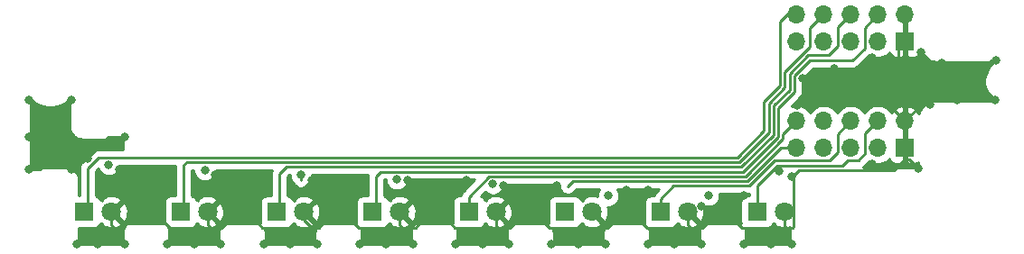
<source format=gtl>
G04 #@! TF.GenerationSoftware,KiCad,Pcbnew,(5.1.6-0-10_14)*
G04 #@! TF.CreationDate,2020-08-07T15:51:28+09:00*
G04 #@! TF.ProjectId,qPCR-photoarray,71504352-2d70-4686-9f74-6f6172726179,rev?*
G04 #@! TF.SameCoordinates,Original*
G04 #@! TF.FileFunction,Copper,L1,Top*
G04 #@! TF.FilePolarity,Positive*
%FSLAX46Y46*%
G04 Gerber Fmt 4.6, Leading zero omitted, Abs format (unit mm)*
G04 Created by KiCad (PCBNEW (5.1.6-0-10_14)) date 2020-08-07 15:51:28*
%MOMM*%
%LPD*%
G01*
G04 APERTURE LIST*
G04 #@! TA.AperFunction,ComponentPad*
%ADD10R,1.700000X1.700000*%
G04 #@! TD*
G04 #@! TA.AperFunction,ComponentPad*
%ADD11O,1.700000X1.700000*%
G04 #@! TD*
G04 #@! TA.AperFunction,ComponentPad*
%ADD12C,1.800000*%
G04 #@! TD*
G04 #@! TA.AperFunction,ComponentPad*
%ADD13R,1.800000X1.800000*%
G04 #@! TD*
G04 #@! TA.AperFunction,ViaPad*
%ADD14C,0.800000*%
G04 #@! TD*
G04 #@! TA.AperFunction,Conductor*
%ADD15C,0.250000*%
G04 #@! TD*
G04 #@! TA.AperFunction,Conductor*
%ADD16C,0.254000*%
G04 #@! TD*
G04 APERTURE END LIST*
D10*
G04 #@! TO.P,U2,1*
G04 #@! TO.N,GND*
X193095000Y-102000000D03*
D11*
G04 #@! TO.P,U2,2*
X193095000Y-99460000D03*
G04 #@! TO.P,U2,3*
G04 #@! TO.N,N/C*
X190555000Y-102000000D03*
G04 #@! TO.P,U2,4*
G04 #@! TO.N,OUT15*
X190555000Y-99460000D03*
G04 #@! TO.P,U2,5*
G04 #@! TO.N,N/C*
X188015000Y-102000000D03*
G04 #@! TO.P,U2,6*
G04 #@! TO.N,OUT13*
X188015000Y-99460000D03*
G04 #@! TO.P,U2,7*
G04 #@! TO.N,N/C*
X185475000Y-102000000D03*
G04 #@! TO.P,U2,8*
X185475000Y-99460000D03*
G04 #@! TO.P,U2,9*
G04 #@! TO.N,OUT11*
X182935000Y-102000000D03*
G04 #@! TO.P,U2,10*
G04 #@! TO.N,OUT9*
X182935000Y-99460000D03*
G04 #@! TD*
G04 #@! TO.P,U1,10*
G04 #@! TO.N,OUT1*
X182935000Y-89460000D03*
G04 #@! TO.P,U1,9*
G04 #@! TO.N,N/C*
X182935000Y-92000000D03*
G04 #@! TO.P,U1,8*
G04 #@! TO.N,OUT3*
X185475000Y-89460000D03*
G04 #@! TO.P,U1,7*
G04 #@! TO.N,N/C*
X185475000Y-92000000D03*
G04 #@! TO.P,U1,6*
G04 #@! TO.N,OUT5*
X188015000Y-89460000D03*
G04 #@! TO.P,U1,5*
G04 #@! TO.N,N/C*
X188015000Y-92000000D03*
G04 #@! TO.P,U1,4*
G04 #@! TO.N,OUT7*
X190555000Y-89460000D03*
G04 #@! TO.P,U1,3*
G04 #@! TO.N,N/C*
X190555000Y-92000000D03*
G04 #@! TO.P,U1,2*
G04 #@! TO.N,GND*
X193095000Y-89460000D03*
D10*
G04 #@! TO.P,U1,1*
X193095000Y-92000000D03*
G04 #@! TD*
D12*
G04 #@! TO.P,D1,2*
G04 #@! TO.N,GND*
X118770000Y-108000000D03*
D13*
G04 #@! TO.P,D1,1*
G04 #@! TO.N,OUT1*
X116230000Y-108000000D03*
G04 #@! TD*
D12*
G04 #@! TO.P,D3,2*
G04 #@! TO.N,GND*
X127770000Y-108000000D03*
D13*
G04 #@! TO.P,D3,1*
G04 #@! TO.N,OUT3*
X125230000Y-108000000D03*
G04 #@! TD*
D12*
G04 #@! TO.P,D5,2*
G04 #@! TO.N,GND*
X136770000Y-108000000D03*
D13*
G04 #@! TO.P,D5,1*
G04 #@! TO.N,OUT5*
X134230000Y-108000000D03*
G04 #@! TD*
D12*
G04 #@! TO.P,D7,2*
G04 #@! TO.N,GND*
X145770000Y-108000000D03*
D13*
G04 #@! TO.P,D7,1*
G04 #@! TO.N,OUT7*
X143230000Y-108000000D03*
G04 #@! TD*
G04 #@! TO.P,D9,1*
G04 #@! TO.N,OUT9*
X152230000Y-108000000D03*
D12*
G04 #@! TO.P,D9,2*
G04 #@! TO.N,GND*
X154770000Y-108000000D03*
G04 #@! TD*
G04 #@! TO.P,D11,2*
G04 #@! TO.N,GND*
X163770000Y-108000000D03*
D13*
G04 #@! TO.P,D11,1*
G04 #@! TO.N,OUT11*
X161230000Y-108000000D03*
G04 #@! TD*
G04 #@! TO.P,D13,1*
G04 #@! TO.N,OUT13*
X170230000Y-108000000D03*
D12*
G04 #@! TO.P,D13,2*
G04 #@! TO.N,GND*
X172770000Y-108000000D03*
G04 #@! TD*
G04 #@! TO.P,D15,2*
G04 #@! TO.N,GND*
X181770000Y-108000000D03*
D13*
G04 #@! TO.P,D15,1*
G04 #@! TO.N,OUT15*
X179230000Y-108000000D03*
G04 #@! TD*
D14*
G04 #@! TO.N,GND*
X111000000Y-97500000D03*
X194500000Y-97000000D03*
X189500000Y-98000000D03*
X195400000Y-97900000D03*
X194600000Y-93000000D03*
X201600000Y-93800000D03*
X198200000Y-95500000D03*
X196500000Y-94000000D03*
X200000000Y-95000000D03*
X115000000Y-97500000D03*
X111000000Y-101000000D03*
X111000000Y-104000000D03*
X120000000Y-101000000D03*
X115000000Y-101000000D03*
X115000000Y-104000000D03*
X119500000Y-104000000D03*
X124500000Y-104000000D03*
X122000000Y-108500000D03*
X117500000Y-111000000D03*
X126500000Y-111000000D03*
X135500000Y-111000000D03*
X144500000Y-111000000D03*
X153500000Y-111000000D03*
X162500000Y-111000000D03*
X171500000Y-111000000D03*
X180500000Y-111000000D03*
X182500000Y-111000000D03*
X178000000Y-111000000D03*
X174000000Y-111000000D03*
X169000000Y-111000000D03*
X165000000Y-111000000D03*
X160000000Y-111000000D03*
X156000000Y-111000000D03*
X151000000Y-111000000D03*
X147000000Y-111000000D03*
X142000000Y-111000000D03*
X138000000Y-111000000D03*
X133000000Y-111000000D03*
X129000000Y-111000000D03*
X124000000Y-111000000D03*
X120000000Y-111000000D03*
X115500000Y-111000000D03*
X122000000Y-106000000D03*
X131000000Y-106000000D03*
X131000000Y-108500000D03*
X128500000Y-104500000D03*
X133500000Y-104500000D03*
X140000000Y-108500000D03*
X140000000Y-106000000D03*
X142500000Y-105000000D03*
X137500000Y-105000000D03*
X149000000Y-108500000D03*
X149000000Y-106500000D03*
X146500000Y-105000000D03*
X152000000Y-105000000D03*
X158000000Y-108500000D03*
X158000000Y-106500000D03*
X155500000Y-105500000D03*
X160500000Y-105500000D03*
X176000000Y-108500000D03*
X174000000Y-107500000D03*
X178000000Y-106500000D03*
X190000000Y-103500000D03*
X183500000Y-95500000D03*
X183000000Y-98000000D03*
X186500000Y-98000000D03*
X192000000Y-98000000D03*
X186500000Y-94500000D03*
X190000000Y-93500000D03*
X185500000Y-96500000D03*
X188500000Y-96000000D03*
X191000000Y-96000000D03*
X193000000Y-95500000D03*
X201500000Y-97500000D03*
X198000000Y-97500000D03*
X113000000Y-103000000D03*
X113000000Y-99000000D03*
X116500000Y-103000000D03*
X167000000Y-108500000D03*
X169000000Y-106000000D03*
X167000000Y-106000000D03*
X194300000Y-103900000D03*
X182500000Y-104700000D03*
G04 #@! TO.N,*
X118500000Y-103600010D03*
X127500000Y-104100000D03*
X136500000Y-104500028D03*
X145500000Y-104950038D03*
X154500000Y-105400046D03*
X165300000Y-106500000D03*
X174700000Y-106500000D03*
X181300000Y-104200000D03*
G04 #@! TD*
D15*
G04 #@! TO.N,GND*
X134500000Y-109500000D02*
X136500000Y-109500000D01*
X143500000Y-109500000D02*
X145500000Y-109500000D01*
X152500000Y-109500000D02*
X154500000Y-109500000D01*
X161500000Y-109500000D02*
X163500000Y-109500000D01*
X170500000Y-109500000D02*
X172500000Y-109500000D01*
X179500000Y-109500000D02*
X181500000Y-109500000D01*
X193095000Y-99460000D02*
X193095000Y-102000000D01*
X194500000Y-98055000D02*
X194500000Y-97000000D01*
X193095000Y-99460000D02*
X194500000Y-98055000D01*
X194500000Y-96000000D02*
X192500000Y-94000000D01*
X194500000Y-97000000D02*
X194500000Y-96000000D01*
X192500000Y-92595000D02*
X193095000Y-92000000D01*
X192500000Y-94000000D02*
X192500000Y-92595000D01*
X193095000Y-89460000D02*
X193095000Y-92000000D01*
X196100000Y-94500000D02*
X196500000Y-94500000D01*
X199500000Y-94500000D02*
X200000000Y-95000000D01*
X201200000Y-93800000D02*
X200000000Y-95000000D01*
X201600000Y-93800000D02*
X201200000Y-93800000D01*
X200000000Y-96000000D02*
X200000000Y-95000000D01*
X198200000Y-94500000D02*
X199500000Y-94500000D01*
X198200000Y-96300000D02*
X198200000Y-94500000D01*
X196500000Y-94500000D02*
X198200000Y-94500000D01*
X195400000Y-94400000D02*
X195700000Y-94100000D01*
X195700000Y-94100000D02*
X196100000Y-94500000D01*
X194600000Y-93000000D02*
X195700000Y-94100000D01*
X194500000Y-97000000D02*
X195400000Y-97000000D01*
X195400000Y-97000000D02*
X195400000Y-94400000D01*
X195400000Y-97900000D02*
X195400000Y-97000000D01*
X132900000Y-109500000D02*
X134500000Y-109500000D01*
X132507856Y-109107856D02*
X132900000Y-109500000D01*
X138200000Y-109500000D02*
X138575754Y-109124246D01*
X141900000Y-109500000D02*
X143500000Y-109500000D01*
X141524246Y-109124246D02*
X141900000Y-109500000D01*
X150900000Y-109500000D02*
X152500000Y-109500000D01*
X147261496Y-109500000D02*
X147637250Y-109124246D01*
X150524246Y-109124246D02*
X150900000Y-109500000D01*
X156492144Y-109107856D02*
X159407856Y-109107856D01*
X156100000Y-109500000D02*
X156492144Y-109107856D01*
X159800000Y-109500000D02*
X161500000Y-109500000D01*
X159407856Y-109107856D02*
X159800000Y-109500000D01*
X163500000Y-109500000D02*
X165200000Y-109500000D01*
X165200000Y-109500000D02*
X165592144Y-109107856D01*
X168900000Y-109500000D02*
X170500000Y-109500000D01*
X168507856Y-109107856D02*
X168900000Y-109500000D01*
X174100000Y-109500000D02*
X174492144Y-109107856D01*
X177800000Y-109500000D02*
X179500000Y-109500000D01*
X177407856Y-109107856D02*
X177800000Y-109500000D01*
X182550000Y-109500000D02*
X182625001Y-109424999D01*
X182625001Y-109424999D02*
X182625001Y-105474999D01*
X112500000Y-99000000D02*
X113000000Y-99000000D01*
X111000000Y-97500000D02*
X112500000Y-99000000D01*
X113500000Y-99000000D02*
X113000000Y-99000000D01*
X115000000Y-97500000D02*
X113500000Y-99000000D01*
X111000000Y-101000000D02*
X113000000Y-99000000D01*
X115000000Y-101000000D02*
X113000000Y-99000000D01*
X113000000Y-103000000D02*
X115000000Y-101000000D01*
X115000000Y-101500000D02*
X115000000Y-101000000D01*
X116500000Y-103000000D02*
X115000000Y-101500000D01*
X118500000Y-101000000D02*
X116500000Y-103000000D01*
X120000000Y-101000000D02*
X118500000Y-101000000D01*
X115500000Y-111000000D02*
X117500000Y-111000000D01*
X118500000Y-111000000D02*
X120000000Y-111000000D01*
X117500000Y-111000000D02*
X118500000Y-111000000D01*
X122000000Y-106000000D02*
X122000000Y-108500000D01*
X121500000Y-106000000D02*
X122000000Y-106000000D01*
X119500000Y-104000000D02*
X121500000Y-106000000D01*
X122500000Y-106000000D02*
X122000000Y-106000000D01*
X124500000Y-104000000D02*
X122500000Y-106000000D01*
X131000000Y-109000000D02*
X130892144Y-109107856D01*
X130892144Y-109107856D02*
X132507856Y-109107856D01*
X131000000Y-108500000D02*
X131000000Y-109000000D01*
X129492144Y-109107856D02*
X130892144Y-109107856D01*
X124000000Y-111000000D02*
X126500000Y-111000000D01*
X127500000Y-111000000D02*
X129000000Y-111000000D01*
X126500000Y-111000000D02*
X127500000Y-111000000D01*
X131000000Y-106000000D02*
X131000000Y-108500000D01*
X129500000Y-104500000D02*
X131000000Y-106000000D01*
X128500000Y-104500000D02*
X129500000Y-104500000D01*
X132500000Y-104500000D02*
X131000000Y-106000000D01*
X133500000Y-104500000D02*
X132500000Y-104500000D01*
X133000000Y-111000000D02*
X135500000Y-111000000D01*
X136500000Y-109500000D02*
X136500000Y-111000000D01*
X136500000Y-111000000D02*
X138000000Y-111000000D01*
X135500000Y-111000000D02*
X136500000Y-111000000D01*
X139000000Y-105000000D02*
X140000000Y-106000000D01*
X137500000Y-105000000D02*
X139000000Y-105000000D01*
X141000000Y-105000000D02*
X140000000Y-106000000D01*
X142500000Y-105000000D02*
X141000000Y-105000000D01*
X140000000Y-106000000D02*
X140000000Y-108500000D01*
X140000000Y-109000000D02*
X140124246Y-109124246D01*
X140000000Y-108500000D02*
X140000000Y-109000000D01*
X140124246Y-109124246D02*
X141524246Y-109124246D01*
X138575754Y-109124246D02*
X140124246Y-109124246D01*
X142000000Y-111000000D02*
X144500000Y-111000000D01*
X145500000Y-109500000D02*
X145500000Y-111000000D01*
X145500000Y-111000000D02*
X147000000Y-111000000D01*
X144500000Y-111000000D02*
X145500000Y-111000000D01*
X147500000Y-105000000D02*
X149000000Y-106500000D01*
X146500000Y-105000000D02*
X147500000Y-105000000D01*
X150500000Y-105000000D02*
X149000000Y-106500000D01*
X152000000Y-105000000D02*
X150500000Y-105000000D01*
X149000000Y-106500000D02*
X149000000Y-108500000D01*
X149000000Y-109000000D02*
X149124246Y-109124246D01*
X149000000Y-108500000D02*
X149000000Y-109000000D01*
X149124246Y-109124246D02*
X150524246Y-109124246D01*
X147637250Y-109124246D02*
X149124246Y-109124246D01*
X151000000Y-111000000D02*
X153500000Y-111000000D01*
X154500000Y-109500000D02*
X154500000Y-111000000D01*
X154500000Y-111000000D02*
X156000000Y-111000000D01*
X153500000Y-111000000D02*
X154500000Y-111000000D01*
X157000000Y-105500000D02*
X158000000Y-106500000D01*
X155500000Y-105500000D02*
X157000000Y-105500000D01*
X159000000Y-105500000D02*
X158000000Y-106500000D01*
X160500000Y-105500000D02*
X159000000Y-105500000D01*
X158000000Y-106500000D02*
X158000000Y-108500000D01*
X158000000Y-108500000D02*
X158000000Y-109000000D01*
X160000000Y-111000000D02*
X162500000Y-111000000D01*
X163500000Y-109500000D02*
X163500000Y-111000000D01*
X163500000Y-111000000D02*
X165000000Y-111000000D01*
X162500000Y-111000000D02*
X163500000Y-111000000D01*
X169000000Y-106000000D02*
X167000000Y-106000000D01*
X167000000Y-106000000D02*
X167000000Y-108500000D01*
X167000000Y-109000000D02*
X167107856Y-109107856D01*
X167000000Y-108500000D02*
X167000000Y-109000000D01*
X167107856Y-109107856D02*
X168507856Y-109107856D01*
X165592144Y-109107856D02*
X167107856Y-109107856D01*
X169000000Y-111000000D02*
X171500000Y-111000000D01*
X172500000Y-109500000D02*
X172500000Y-111000000D01*
X172500000Y-111000000D02*
X174000000Y-111000000D01*
X171500000Y-111000000D02*
X172500000Y-111000000D01*
X175000000Y-107500000D02*
X176000000Y-108500000D01*
X174000000Y-107500000D02*
X175000000Y-107500000D01*
X178000000Y-106500000D02*
X176000000Y-108500000D01*
X176000000Y-108500000D02*
X176000000Y-109000000D01*
X176000000Y-109000000D02*
X175892144Y-109107856D01*
X175892144Y-109107856D02*
X177407856Y-109107856D01*
X174492144Y-109107856D02*
X175892144Y-109107856D01*
X178000000Y-111000000D02*
X180500000Y-111000000D01*
X181500000Y-109500000D02*
X181500000Y-111000000D01*
X181500000Y-111000000D02*
X182500000Y-111000000D01*
X180500000Y-111000000D02*
X181500000Y-111000000D01*
X183500000Y-97500000D02*
X183500000Y-95500000D01*
X183000000Y-98000000D02*
X183500000Y-97500000D01*
X192000000Y-98365000D02*
X193095000Y-99460000D01*
X192000000Y-98000000D02*
X192000000Y-98365000D01*
X192000000Y-98000000D02*
X189500000Y-98000000D01*
X189500000Y-98000000D02*
X186500000Y-98000000D01*
X186500000Y-98000000D02*
X183000000Y-98000000D01*
X185500000Y-95500000D02*
X186500000Y-94500000D01*
X183500000Y-95500000D02*
X185500000Y-95500000D01*
X185500000Y-96500000D02*
X185500000Y-95500000D01*
X186000000Y-96000000D02*
X185500000Y-96500000D01*
X188500000Y-96000000D02*
X186000000Y-96000000D01*
X188500000Y-96000000D02*
X191000000Y-96000000D01*
X190000000Y-95000000D02*
X191000000Y-96000000D01*
X190000000Y-93500000D02*
X190000000Y-95000000D01*
X191500000Y-95500000D02*
X191000000Y-96000000D01*
X193000000Y-95500000D02*
X191500000Y-95500000D01*
X198000000Y-96500000D02*
X198200000Y-96300000D01*
X198000000Y-97500000D02*
X198000000Y-96500000D01*
X201500000Y-97500000D02*
X200000000Y-96000000D01*
X183136506Y-104124990D02*
X182624990Y-104636506D01*
X193095000Y-103100000D02*
X192070010Y-104124990D01*
X193095000Y-102000000D02*
X193095000Y-103100000D01*
X190000000Y-104049980D02*
X189924990Y-104124990D01*
X190000000Y-103500000D02*
X190000000Y-104049980D01*
X189924990Y-104124990D02*
X183136506Y-104124990D01*
X192070010Y-104124990D02*
X189924990Y-104124990D01*
X182500000Y-104850020D02*
X182624990Y-104975010D01*
X182500000Y-104700000D02*
X182500000Y-104850020D01*
X182624990Y-104975010D02*
X182624990Y-105474999D01*
X182624990Y-104636506D02*
X182624990Y-104975010D01*
X193500000Y-103100000D02*
X193095000Y-103100000D01*
X194300000Y-103900000D02*
X193500000Y-103100000D01*
X112000000Y-104000000D02*
X113000000Y-103000000D01*
X111000000Y-104000000D02*
X112000000Y-104000000D01*
G04 #@! TO.N,OUT1*
X182040000Y-89460000D02*
X182935000Y-89460000D01*
X181375010Y-90124990D02*
X182040000Y-89460000D01*
X117524990Y-102875010D02*
X177386674Y-102875010D01*
X116500000Y-103900000D02*
X117524990Y-102875010D01*
X177386674Y-102875010D02*
X179875010Y-100386674D01*
X181375010Y-96155334D02*
X181375010Y-94524990D01*
X179875010Y-97655334D02*
X181375010Y-96155334D01*
X179875010Y-100386674D02*
X179875010Y-97655334D01*
X181375010Y-94524990D02*
X181375010Y-90124990D01*
X181375010Y-94655334D02*
X181375010Y-94524990D01*
G04 #@! TO.N,OUT3*
X125800000Y-103325020D02*
X177573075Y-103325019D01*
X125500000Y-103625020D02*
X125800000Y-103325020D01*
X184200000Y-90735000D02*
X185475000Y-89460000D01*
X184200000Y-92466754D02*
X184200000Y-90735000D01*
X177573075Y-103325019D02*
X180325020Y-100573074D01*
X180325020Y-100573074D02*
X180325020Y-97841734D01*
X180325020Y-97841734D02*
X181825020Y-96341734D01*
X181825020Y-94841734D02*
X181825020Y-96341734D01*
X184200000Y-92466754D02*
X181825020Y-94841734D01*
G04 #@! TO.N,OUT5*
X186800000Y-90675000D02*
X188015000Y-89460000D01*
X186800000Y-92414002D02*
X186800000Y-90675000D01*
X184003164Y-93300000D02*
X185914002Y-93300000D01*
X185914002Y-93300000D02*
X186800000Y-92414002D01*
X134500000Y-104400000D02*
X135124972Y-103775028D01*
X135124972Y-103775028D02*
X177759476Y-103775028D01*
X182275030Y-95028134D02*
X184003164Y-93300000D01*
X180775030Y-98028134D02*
X182275030Y-96528134D01*
X182275030Y-96528134D02*
X182275030Y-95028134D01*
X180775030Y-100759474D02*
X180775030Y-98028134D01*
X177759476Y-103775028D02*
X180775030Y-100759474D01*
G04 #@! TO.N,*
X136500000Y-105000000D02*
X136500000Y-104500028D01*
G04 #@! TO.N,OUT7*
X184189564Y-93750010D02*
X188193990Y-93750010D01*
X188193990Y-93750010D02*
X189300000Y-92644000D01*
X189300000Y-90715000D02*
X190555000Y-89460000D01*
X144000000Y-104225038D02*
X177945877Y-104225037D01*
X143500000Y-104725038D02*
X144000000Y-104225038D01*
X189300000Y-92644000D02*
X189300000Y-90715000D01*
X181225039Y-98214535D02*
X182725040Y-96714534D01*
X181225039Y-100945875D02*
X181225039Y-98214535D01*
X177945877Y-104225037D02*
X181225039Y-100945875D01*
X182725040Y-96714534D02*
X182725040Y-95214534D01*
X182725040Y-95214534D02*
X184189564Y-93750010D01*
G04 #@! TO.N,*
X145500000Y-105000000D02*
X145500000Y-104950038D01*
G04 #@! TO.N,OUT9*
X181675049Y-100719951D02*
X182935000Y-99460000D01*
X181675049Y-101132275D02*
X181675049Y-100719951D01*
X178132278Y-104675046D02*
X181675049Y-101132275D01*
G04 #@! TO.N,*
X154500000Y-105400000D02*
X154500000Y-105400046D01*
G04 #@! TO.N,OUT11*
X181443734Y-102000000D02*
X182935000Y-102000000D01*
X178318679Y-105125055D02*
X181443734Y-102000000D01*
X161500000Y-105625056D02*
X162000000Y-105125056D01*
X162000000Y-105125056D02*
X178318679Y-105125055D01*
G04 #@! TO.N,OUT13*
X170500000Y-107400000D02*
X169800000Y-108100000D01*
X186800000Y-100675000D02*
X188015000Y-99460000D01*
X186800000Y-102414002D02*
X186800000Y-100675000D01*
X186014002Y-103200000D02*
X186800000Y-102414002D01*
X178524936Y-105575064D02*
X180900000Y-103200000D01*
X180900000Y-103200000D02*
X186014002Y-103200000D01*
X171424936Y-105575064D02*
X178524936Y-105575064D01*
G04 #@! TO.N,GND*
X172500000Y-107400000D02*
X172800000Y-107700000D01*
X129100000Y-109500000D02*
X129492144Y-109107856D01*
X127500000Y-109500000D02*
X127500000Y-111000000D01*
X125500000Y-109500000D02*
X127500000Y-109500000D01*
X124200000Y-109500000D02*
X125500000Y-109500000D01*
X123807856Y-109107856D02*
X124200000Y-109500000D01*
X122000000Y-108500000D02*
X122000000Y-109000000D01*
X122000000Y-109000000D02*
X121892144Y-109107856D01*
X121892144Y-109107856D02*
X123807856Y-109107856D01*
X120192144Y-109107856D02*
X121892144Y-109107856D01*
X119800000Y-109500000D02*
X120192144Y-109107856D01*
X118500000Y-109500000D02*
X118500000Y-111000000D01*
X181770000Y-109270000D02*
X182000000Y-109500000D01*
X182000000Y-109500000D02*
X182550000Y-109500000D01*
X181770000Y-108000000D02*
X181770000Y-109270000D01*
X181500000Y-109500000D02*
X182000000Y-109500000D01*
X172770000Y-109270000D02*
X173000000Y-109500000D01*
X172770000Y-108000000D02*
X172770000Y-109270000D01*
X173000000Y-109500000D02*
X174100000Y-109500000D01*
X172500000Y-109500000D02*
X173000000Y-109500000D01*
X154770000Y-109270000D02*
X155000000Y-109500000D01*
X154770000Y-108000000D02*
X154770000Y-109270000D01*
X155000000Y-109500000D02*
X156100000Y-109500000D01*
X154500000Y-109500000D02*
X155000000Y-109500000D01*
X145770000Y-109270000D02*
X146000000Y-109500000D01*
X146000000Y-109500000D02*
X147261496Y-109500000D01*
X145770000Y-108000000D02*
X145770000Y-109270000D01*
X145500000Y-109500000D02*
X146000000Y-109500000D01*
X136770000Y-108770000D02*
X137500000Y-109500000D01*
X136770000Y-108000000D02*
X136770000Y-108770000D01*
X137500000Y-109500000D02*
X138200000Y-109500000D01*
X136500000Y-109500000D02*
X137500000Y-109500000D01*
X127770000Y-109270000D02*
X128000000Y-109500000D01*
X127770000Y-108000000D02*
X127770000Y-109270000D01*
X128000000Y-109500000D02*
X129100000Y-109500000D01*
X127500000Y-109500000D02*
X128000000Y-109500000D01*
X118770000Y-108000000D02*
X118770000Y-109270000D01*
X119000000Y-109500000D02*
X119800000Y-109500000D01*
X118770000Y-109270000D02*
X119000000Y-109500000D01*
X118500000Y-109500000D02*
X119000000Y-109500000D01*
G04 #@! TO.N,OUT1*
X116500000Y-107730000D02*
X116230000Y-108000000D01*
X116500000Y-103900000D02*
X116500000Y-107730000D01*
G04 #@! TO.N,OUT3*
X125500000Y-107730000D02*
X125230000Y-108000000D01*
X125500000Y-103625020D02*
X125500000Y-107730000D01*
G04 #@! TO.N,OUT5*
X134500000Y-107730000D02*
X134230000Y-108000000D01*
X134500000Y-104400000D02*
X134500000Y-107730000D01*
G04 #@! TO.N,OUT7*
X143500000Y-107730000D02*
X143230000Y-108000000D01*
X143500000Y-104725038D02*
X143500000Y-107730000D01*
G04 #@! TO.N,OUT9*
X152230000Y-106597044D02*
X152230000Y-108000000D01*
X154151999Y-104675045D02*
X152230000Y-106597044D01*
X178132278Y-104675046D02*
X154151999Y-104675045D01*
G04 #@! TO.N,OUT13*
X170230000Y-106770000D02*
X171424936Y-105575064D01*
X170230000Y-108000000D02*
X170230000Y-106770000D01*
G04 #@! TO.N,OUT15*
X189379999Y-100635001D02*
X190555000Y-99460000D01*
X188724999Y-103175001D02*
X189379999Y-102520001D01*
X181086400Y-103650010D02*
X187249990Y-103650010D01*
X187724999Y-103175001D02*
X188724999Y-103175001D01*
X189379999Y-102520001D02*
X189379999Y-100635001D01*
X187249990Y-103650010D02*
X187724999Y-103175001D01*
X179230000Y-105506410D02*
X181086400Y-103650010D01*
X179230000Y-108000000D02*
X179230000Y-105506410D01*
G04 #@! TD*
D16*
G04 #@! TO.N,GND*
G36*
X160763443Y-105435045D02*
G01*
X160750998Y-105476071D01*
X160736324Y-105625056D01*
X160750998Y-105774041D01*
X160794454Y-105917302D01*
X160865026Y-106049332D01*
X160959999Y-106165057D01*
X161075724Y-106260030D01*
X161207754Y-106330602D01*
X161351015Y-106374058D01*
X161500000Y-106388732D01*
X161648985Y-106374058D01*
X161792246Y-106330602D01*
X161924276Y-106260030D01*
X162011002Y-106188855D01*
X162314801Y-105885056D01*
X164466109Y-105885056D01*
X164382795Y-106009744D01*
X164304774Y-106198102D01*
X164265000Y-106398061D01*
X164265000Y-106542310D01*
X164005358Y-106475635D01*
X163703447Y-106459009D01*
X163404093Y-106501603D01*
X163118801Y-106601778D01*
X162969208Y-106681739D01*
X162885526Y-106935918D01*
X162769578Y-106819970D01*
X162722813Y-106866735D01*
X162719502Y-106855820D01*
X162660537Y-106745506D01*
X162581185Y-106648815D01*
X162484494Y-106569463D01*
X162374180Y-106510498D01*
X162254482Y-106474188D01*
X162130000Y-106461928D01*
X160330000Y-106461928D01*
X160205518Y-106474188D01*
X160085820Y-106510498D01*
X159975506Y-106569463D01*
X159878815Y-106648815D01*
X159799463Y-106745506D01*
X159740498Y-106855820D01*
X159704188Y-106975518D01*
X159691928Y-107100000D01*
X159691928Y-108900000D01*
X159704188Y-109024482D01*
X159713772Y-109056076D01*
X159709640Y-109052706D01*
X159657959Y-109018368D01*
X159606694Y-108983267D01*
X159598281Y-108978718D01*
X159512120Y-108932906D01*
X159454704Y-108909242D01*
X159397661Y-108884792D01*
X159388525Y-108881964D01*
X159295107Y-108853759D01*
X159234195Y-108841698D01*
X159173471Y-108828791D01*
X159163959Y-108827791D01*
X159066841Y-108818269D01*
X159066837Y-108818269D01*
X159033647Y-108815000D01*
X156966353Y-108815000D01*
X156937399Y-108817852D01*
X156934427Y-108817831D01*
X156924909Y-108818764D01*
X156876790Y-108823821D01*
X156865717Y-108824912D01*
X156865348Y-108825024D01*
X156827860Y-108828964D01*
X156767017Y-108841453D01*
X156706058Y-108853082D01*
X156696902Y-108855846D01*
X156603683Y-108884702D01*
X156546434Y-108908768D01*
X156488881Y-108932021D01*
X156480436Y-108936511D01*
X156394598Y-108982923D01*
X156343115Y-109017650D01*
X156291179Y-109051636D01*
X156283767Y-109057680D01*
X156208579Y-109119882D01*
X156164818Y-109163949D01*
X156120478Y-109207370D01*
X156114381Y-109214739D01*
X156052706Y-109290360D01*
X156018368Y-109342041D01*
X155983267Y-109393306D01*
X155978718Y-109401719D01*
X155932906Y-109487880D01*
X155909242Y-109545296D01*
X155884792Y-109602339D01*
X155881964Y-109611475D01*
X155853759Y-109704893D01*
X155841698Y-109765805D01*
X155828791Y-109826529D01*
X155827791Y-109836041D01*
X155818269Y-109933159D01*
X155818269Y-109933173D01*
X155815001Y-109966353D01*
X155815000Y-110815000D01*
X151185000Y-110815000D01*
X151185000Y-109966353D01*
X151182148Y-109937399D01*
X151182169Y-109934427D01*
X151181236Y-109924909D01*
X151176179Y-109876790D01*
X151175088Y-109865717D01*
X151174976Y-109865348D01*
X151171036Y-109827860D01*
X151158547Y-109767017D01*
X151146918Y-109706058D01*
X151144154Y-109696902D01*
X151115298Y-109603683D01*
X151091232Y-109546434D01*
X151067979Y-109488881D01*
X151063489Y-109480436D01*
X151061306Y-109476399D01*
X151085820Y-109489502D01*
X151205518Y-109525812D01*
X151330000Y-109538072D01*
X153130000Y-109538072D01*
X153254482Y-109525812D01*
X153374180Y-109489502D01*
X153484494Y-109430537D01*
X153581185Y-109351185D01*
X153660537Y-109254494D01*
X153719502Y-109144180D01*
X153722813Y-109133265D01*
X153769578Y-109180030D01*
X153885526Y-109064082D01*
X153969208Y-109318261D01*
X154241775Y-109449158D01*
X154534642Y-109524365D01*
X154836553Y-109540991D01*
X155135907Y-109498397D01*
X155421199Y-109398222D01*
X155570792Y-109318261D01*
X155654475Y-109064080D01*
X154770000Y-108179605D01*
X154755858Y-108193748D01*
X154576253Y-108014143D01*
X154590395Y-108000000D01*
X154949605Y-108000000D01*
X155834080Y-108884475D01*
X156088261Y-108800792D01*
X156219158Y-108528225D01*
X156294365Y-108235358D01*
X156310991Y-107933447D01*
X156268397Y-107634093D01*
X156168222Y-107348801D01*
X156088261Y-107199208D01*
X155834080Y-107115525D01*
X154949605Y-108000000D01*
X154590395Y-108000000D01*
X154576253Y-107985858D01*
X154755858Y-107806253D01*
X154770000Y-107820395D01*
X155654475Y-106935920D01*
X155570792Y-106681739D01*
X155298225Y-106550842D01*
X155005358Y-106475635D01*
X154703447Y-106459009D01*
X154404093Y-106501603D01*
X154118801Y-106601778D01*
X153969208Y-106681739D01*
X153885526Y-106935918D01*
X153769578Y-106819970D01*
X153722813Y-106866735D01*
X153719502Y-106855820D01*
X153660537Y-106745506D01*
X153581185Y-106648815D01*
X153484494Y-106569463D01*
X153385367Y-106516478D01*
X153769044Y-106132801D01*
X153840226Y-106203983D01*
X154009744Y-106317251D01*
X154198102Y-106395272D01*
X154398061Y-106435046D01*
X154601939Y-106435046D01*
X154801898Y-106395272D01*
X154990256Y-106317251D01*
X155159774Y-106203983D01*
X155303937Y-106059820D01*
X155417205Y-105890302D01*
X155495226Y-105701944D01*
X155535000Y-105501985D01*
X155535000Y-105435044D01*
X160763443Y-105435045D01*
G37*
X160763443Y-105435045D02*
X160750998Y-105476071D01*
X160736324Y-105625056D01*
X160750998Y-105774041D01*
X160794454Y-105917302D01*
X160865026Y-106049332D01*
X160959999Y-106165057D01*
X161075724Y-106260030D01*
X161207754Y-106330602D01*
X161351015Y-106374058D01*
X161500000Y-106388732D01*
X161648985Y-106374058D01*
X161792246Y-106330602D01*
X161924276Y-106260030D01*
X162011002Y-106188855D01*
X162314801Y-105885056D01*
X164466109Y-105885056D01*
X164382795Y-106009744D01*
X164304774Y-106198102D01*
X164265000Y-106398061D01*
X164265000Y-106542310D01*
X164005358Y-106475635D01*
X163703447Y-106459009D01*
X163404093Y-106501603D01*
X163118801Y-106601778D01*
X162969208Y-106681739D01*
X162885526Y-106935918D01*
X162769578Y-106819970D01*
X162722813Y-106866735D01*
X162719502Y-106855820D01*
X162660537Y-106745506D01*
X162581185Y-106648815D01*
X162484494Y-106569463D01*
X162374180Y-106510498D01*
X162254482Y-106474188D01*
X162130000Y-106461928D01*
X160330000Y-106461928D01*
X160205518Y-106474188D01*
X160085820Y-106510498D01*
X159975506Y-106569463D01*
X159878815Y-106648815D01*
X159799463Y-106745506D01*
X159740498Y-106855820D01*
X159704188Y-106975518D01*
X159691928Y-107100000D01*
X159691928Y-108900000D01*
X159704188Y-109024482D01*
X159713772Y-109056076D01*
X159709640Y-109052706D01*
X159657959Y-109018368D01*
X159606694Y-108983267D01*
X159598281Y-108978718D01*
X159512120Y-108932906D01*
X159454704Y-108909242D01*
X159397661Y-108884792D01*
X159388525Y-108881964D01*
X159295107Y-108853759D01*
X159234195Y-108841698D01*
X159173471Y-108828791D01*
X159163959Y-108827791D01*
X159066841Y-108818269D01*
X159066837Y-108818269D01*
X159033647Y-108815000D01*
X156966353Y-108815000D01*
X156937399Y-108817852D01*
X156934427Y-108817831D01*
X156924909Y-108818764D01*
X156876790Y-108823821D01*
X156865717Y-108824912D01*
X156865348Y-108825024D01*
X156827860Y-108828964D01*
X156767017Y-108841453D01*
X156706058Y-108853082D01*
X156696902Y-108855846D01*
X156603683Y-108884702D01*
X156546434Y-108908768D01*
X156488881Y-108932021D01*
X156480436Y-108936511D01*
X156394598Y-108982923D01*
X156343115Y-109017650D01*
X156291179Y-109051636D01*
X156283767Y-109057680D01*
X156208579Y-109119882D01*
X156164818Y-109163949D01*
X156120478Y-109207370D01*
X156114381Y-109214739D01*
X156052706Y-109290360D01*
X156018368Y-109342041D01*
X155983267Y-109393306D01*
X155978718Y-109401719D01*
X155932906Y-109487880D01*
X155909242Y-109545296D01*
X155884792Y-109602339D01*
X155881964Y-109611475D01*
X155853759Y-109704893D01*
X155841698Y-109765805D01*
X155828791Y-109826529D01*
X155827791Y-109836041D01*
X155818269Y-109933159D01*
X155818269Y-109933173D01*
X155815001Y-109966353D01*
X155815000Y-110815000D01*
X151185000Y-110815000D01*
X151185000Y-109966353D01*
X151182148Y-109937399D01*
X151182169Y-109934427D01*
X151181236Y-109924909D01*
X151176179Y-109876790D01*
X151175088Y-109865717D01*
X151174976Y-109865348D01*
X151171036Y-109827860D01*
X151158547Y-109767017D01*
X151146918Y-109706058D01*
X151144154Y-109696902D01*
X151115298Y-109603683D01*
X151091232Y-109546434D01*
X151067979Y-109488881D01*
X151063489Y-109480436D01*
X151061306Y-109476399D01*
X151085820Y-109489502D01*
X151205518Y-109525812D01*
X151330000Y-109538072D01*
X153130000Y-109538072D01*
X153254482Y-109525812D01*
X153374180Y-109489502D01*
X153484494Y-109430537D01*
X153581185Y-109351185D01*
X153660537Y-109254494D01*
X153719502Y-109144180D01*
X153722813Y-109133265D01*
X153769578Y-109180030D01*
X153885526Y-109064082D01*
X153969208Y-109318261D01*
X154241775Y-109449158D01*
X154534642Y-109524365D01*
X154836553Y-109540991D01*
X155135907Y-109498397D01*
X155421199Y-109398222D01*
X155570792Y-109318261D01*
X155654475Y-109064080D01*
X154770000Y-108179605D01*
X154755858Y-108193748D01*
X154576253Y-108014143D01*
X154590395Y-108000000D01*
X154949605Y-108000000D01*
X155834080Y-108884475D01*
X156088261Y-108800792D01*
X156219158Y-108528225D01*
X156294365Y-108235358D01*
X156310991Y-107933447D01*
X156268397Y-107634093D01*
X156168222Y-107348801D01*
X156088261Y-107199208D01*
X155834080Y-107115525D01*
X154949605Y-108000000D01*
X154590395Y-108000000D01*
X154576253Y-107985858D01*
X154755858Y-107806253D01*
X154770000Y-107820395D01*
X155654475Y-106935920D01*
X155570792Y-106681739D01*
X155298225Y-106550842D01*
X155005358Y-106475635D01*
X154703447Y-106459009D01*
X154404093Y-106501603D01*
X154118801Y-106601778D01*
X153969208Y-106681739D01*
X153885526Y-106935918D01*
X153769578Y-106819970D01*
X153722813Y-106866735D01*
X153719502Y-106855820D01*
X153660537Y-106745506D01*
X153581185Y-106648815D01*
X153484494Y-106569463D01*
X153385367Y-106516478D01*
X153769044Y-106132801D01*
X153840226Y-106203983D01*
X154009744Y-106317251D01*
X154198102Y-106395272D01*
X154398061Y-106435046D01*
X154601939Y-106435046D01*
X154801898Y-106395272D01*
X154990256Y-106317251D01*
X155159774Y-106203983D01*
X155303937Y-106059820D01*
X155417205Y-105890302D01*
X155495226Y-105701944D01*
X155535000Y-105501985D01*
X155535000Y-105435044D01*
X160763443Y-105435045D01*
G36*
X169718998Y-106206201D02*
G01*
X169690000Y-106229999D01*
X169666202Y-106258997D01*
X169666201Y-106258998D01*
X169595026Y-106345724D01*
X169532913Y-106461928D01*
X169330000Y-106461928D01*
X169205518Y-106474188D01*
X169085820Y-106510498D01*
X168975506Y-106569463D01*
X168878815Y-106648815D01*
X168799463Y-106745506D01*
X168740498Y-106855820D01*
X168704188Y-106975518D01*
X168691928Y-107100000D01*
X168691928Y-108900000D01*
X168704188Y-109024482D01*
X168713772Y-109056076D01*
X168709640Y-109052706D01*
X168657959Y-109018368D01*
X168606694Y-108983267D01*
X168598281Y-108978718D01*
X168512120Y-108932906D01*
X168454704Y-108909242D01*
X168397661Y-108884792D01*
X168388525Y-108881964D01*
X168295107Y-108853759D01*
X168234195Y-108841698D01*
X168173471Y-108828791D01*
X168163959Y-108827791D01*
X168066841Y-108818269D01*
X168066837Y-108818269D01*
X168033647Y-108815000D01*
X165966353Y-108815000D01*
X165937399Y-108817852D01*
X165934427Y-108817831D01*
X165924909Y-108818764D01*
X165876790Y-108823821D01*
X165865717Y-108824912D01*
X165865348Y-108825024D01*
X165827860Y-108828964D01*
X165767017Y-108841453D01*
X165706058Y-108853082D01*
X165696902Y-108855846D01*
X165603683Y-108884702D01*
X165546434Y-108908768D01*
X165488881Y-108932021D01*
X165480436Y-108936511D01*
X165394598Y-108982923D01*
X165343115Y-109017650D01*
X165291179Y-109051636D01*
X165283767Y-109057680D01*
X165208579Y-109119882D01*
X165164818Y-109163949D01*
X165120478Y-109207370D01*
X165114381Y-109214739D01*
X165052706Y-109290360D01*
X165018368Y-109342041D01*
X164983267Y-109393306D01*
X164978718Y-109401719D01*
X164932906Y-109487880D01*
X164909242Y-109545296D01*
X164884792Y-109602339D01*
X164881964Y-109611475D01*
X164853759Y-109704893D01*
X164841698Y-109765805D01*
X164828791Y-109826529D01*
X164827791Y-109836041D01*
X164818269Y-109933159D01*
X164818269Y-109933173D01*
X164815001Y-109966353D01*
X164815000Y-110815000D01*
X160185000Y-110815000D01*
X160185000Y-109966353D01*
X160182148Y-109937399D01*
X160182169Y-109934427D01*
X160181236Y-109924909D01*
X160176179Y-109876790D01*
X160175088Y-109865717D01*
X160174976Y-109865348D01*
X160171036Y-109827860D01*
X160158547Y-109767017D01*
X160146918Y-109706058D01*
X160144154Y-109696902D01*
X160115298Y-109603683D01*
X160091232Y-109546434D01*
X160067979Y-109488881D01*
X160063489Y-109480436D01*
X160061306Y-109476399D01*
X160085820Y-109489502D01*
X160205518Y-109525812D01*
X160330000Y-109538072D01*
X162130000Y-109538072D01*
X162254482Y-109525812D01*
X162374180Y-109489502D01*
X162484494Y-109430537D01*
X162581185Y-109351185D01*
X162660537Y-109254494D01*
X162719502Y-109144180D01*
X162722813Y-109133265D01*
X162769578Y-109180030D01*
X162885526Y-109064082D01*
X162969208Y-109318261D01*
X163241775Y-109449158D01*
X163534642Y-109524365D01*
X163836553Y-109540991D01*
X164135907Y-109498397D01*
X164421199Y-109398222D01*
X164570792Y-109318261D01*
X164654475Y-109064080D01*
X163770000Y-108179605D01*
X163755858Y-108193748D01*
X163576253Y-108014143D01*
X163590395Y-108000000D01*
X163576253Y-107985858D01*
X163755858Y-107806253D01*
X163770000Y-107820395D01*
X163784143Y-107806253D01*
X163963748Y-107985858D01*
X163949605Y-108000000D01*
X164834080Y-108884475D01*
X165088261Y-108800792D01*
X165219158Y-108528225D01*
X165294365Y-108235358D01*
X165310991Y-107933447D01*
X165268397Y-107634093D01*
X165233602Y-107535000D01*
X165401939Y-107535000D01*
X165601898Y-107495226D01*
X165790256Y-107417205D01*
X165959774Y-107303937D01*
X166103937Y-107159774D01*
X166217205Y-106990256D01*
X166295226Y-106801898D01*
X166335000Y-106601939D01*
X166335000Y-106398061D01*
X166295226Y-106198102D01*
X166217205Y-106009744D01*
X166133891Y-105885055D01*
X170040144Y-105885055D01*
X169718998Y-106206201D01*
G37*
X169718998Y-106206201D02*
X169690000Y-106229999D01*
X169666202Y-106258997D01*
X169666201Y-106258998D01*
X169595026Y-106345724D01*
X169532913Y-106461928D01*
X169330000Y-106461928D01*
X169205518Y-106474188D01*
X169085820Y-106510498D01*
X168975506Y-106569463D01*
X168878815Y-106648815D01*
X168799463Y-106745506D01*
X168740498Y-106855820D01*
X168704188Y-106975518D01*
X168691928Y-107100000D01*
X168691928Y-108900000D01*
X168704188Y-109024482D01*
X168713772Y-109056076D01*
X168709640Y-109052706D01*
X168657959Y-109018368D01*
X168606694Y-108983267D01*
X168598281Y-108978718D01*
X168512120Y-108932906D01*
X168454704Y-108909242D01*
X168397661Y-108884792D01*
X168388525Y-108881964D01*
X168295107Y-108853759D01*
X168234195Y-108841698D01*
X168173471Y-108828791D01*
X168163959Y-108827791D01*
X168066841Y-108818269D01*
X168066837Y-108818269D01*
X168033647Y-108815000D01*
X165966353Y-108815000D01*
X165937399Y-108817852D01*
X165934427Y-108817831D01*
X165924909Y-108818764D01*
X165876790Y-108823821D01*
X165865717Y-108824912D01*
X165865348Y-108825024D01*
X165827860Y-108828964D01*
X165767017Y-108841453D01*
X165706058Y-108853082D01*
X165696902Y-108855846D01*
X165603683Y-108884702D01*
X165546434Y-108908768D01*
X165488881Y-108932021D01*
X165480436Y-108936511D01*
X165394598Y-108982923D01*
X165343115Y-109017650D01*
X165291179Y-109051636D01*
X165283767Y-109057680D01*
X165208579Y-109119882D01*
X165164818Y-109163949D01*
X165120478Y-109207370D01*
X165114381Y-109214739D01*
X165052706Y-109290360D01*
X165018368Y-109342041D01*
X164983267Y-109393306D01*
X164978718Y-109401719D01*
X164932906Y-109487880D01*
X164909242Y-109545296D01*
X164884792Y-109602339D01*
X164881964Y-109611475D01*
X164853759Y-109704893D01*
X164841698Y-109765805D01*
X164828791Y-109826529D01*
X164827791Y-109836041D01*
X164818269Y-109933159D01*
X164818269Y-109933173D01*
X164815001Y-109966353D01*
X164815000Y-110815000D01*
X160185000Y-110815000D01*
X160185000Y-109966353D01*
X160182148Y-109937399D01*
X160182169Y-109934427D01*
X160181236Y-109924909D01*
X160176179Y-109876790D01*
X160175088Y-109865717D01*
X160174976Y-109865348D01*
X160171036Y-109827860D01*
X160158547Y-109767017D01*
X160146918Y-109706058D01*
X160144154Y-109696902D01*
X160115298Y-109603683D01*
X160091232Y-109546434D01*
X160067979Y-109488881D01*
X160063489Y-109480436D01*
X160061306Y-109476399D01*
X160085820Y-109489502D01*
X160205518Y-109525812D01*
X160330000Y-109538072D01*
X162130000Y-109538072D01*
X162254482Y-109525812D01*
X162374180Y-109489502D01*
X162484494Y-109430537D01*
X162581185Y-109351185D01*
X162660537Y-109254494D01*
X162719502Y-109144180D01*
X162722813Y-109133265D01*
X162769578Y-109180030D01*
X162885526Y-109064082D01*
X162969208Y-109318261D01*
X163241775Y-109449158D01*
X163534642Y-109524365D01*
X163836553Y-109540991D01*
X164135907Y-109498397D01*
X164421199Y-109398222D01*
X164570792Y-109318261D01*
X164654475Y-109064080D01*
X163770000Y-108179605D01*
X163755858Y-108193748D01*
X163576253Y-108014143D01*
X163590395Y-108000000D01*
X163576253Y-107985858D01*
X163755858Y-107806253D01*
X163770000Y-107820395D01*
X163784143Y-107806253D01*
X163963748Y-107985858D01*
X163949605Y-108000000D01*
X164834080Y-108884475D01*
X165088261Y-108800792D01*
X165219158Y-108528225D01*
X165294365Y-108235358D01*
X165310991Y-107933447D01*
X165268397Y-107634093D01*
X165233602Y-107535000D01*
X165401939Y-107535000D01*
X165601898Y-107495226D01*
X165790256Y-107417205D01*
X165959774Y-107303937D01*
X166103937Y-107159774D01*
X166217205Y-106990256D01*
X166295226Y-106801898D01*
X166335000Y-106601939D01*
X166335000Y-106398061D01*
X166295226Y-106198102D01*
X166217205Y-106009744D01*
X166133891Y-105885055D01*
X170040144Y-105885055D01*
X169718998Y-106206201D01*
G36*
X126465000Y-104201939D02*
G01*
X126504774Y-104401898D01*
X126582795Y-104590256D01*
X126696063Y-104759774D01*
X126840226Y-104903937D01*
X127009744Y-105017205D01*
X127198102Y-105095226D01*
X127398061Y-105135000D01*
X127601939Y-105135000D01*
X127801898Y-105095226D01*
X127990256Y-105017205D01*
X128159774Y-104903937D01*
X128303937Y-104759774D01*
X128417205Y-104590256D01*
X128495226Y-104401898D01*
X128535000Y-104201939D01*
X128535000Y-104085020D01*
X133806606Y-104085020D01*
X133794454Y-104107754D01*
X133750997Y-104251015D01*
X133740000Y-104362668D01*
X133740000Y-104362678D01*
X133736324Y-104400000D01*
X133740000Y-104437323D01*
X133740001Y-106461928D01*
X133330000Y-106461928D01*
X133205518Y-106474188D01*
X133085820Y-106510498D01*
X132975506Y-106569463D01*
X132878815Y-106648815D01*
X132799463Y-106745506D01*
X132740498Y-106855820D01*
X132704188Y-106975518D01*
X132691928Y-107100000D01*
X132691928Y-108900000D01*
X132704188Y-109024482D01*
X132713772Y-109056076D01*
X132709640Y-109052706D01*
X132657959Y-109018368D01*
X132606694Y-108983267D01*
X132598281Y-108978718D01*
X132512120Y-108932906D01*
X132454704Y-108909242D01*
X132397661Y-108884792D01*
X132388525Y-108881964D01*
X132295107Y-108853759D01*
X132234195Y-108841698D01*
X132173471Y-108828791D01*
X132163959Y-108827791D01*
X132066841Y-108818269D01*
X132066837Y-108818269D01*
X132033647Y-108815000D01*
X129966353Y-108815000D01*
X129937399Y-108817852D01*
X129934427Y-108817831D01*
X129924909Y-108818764D01*
X129876790Y-108823821D01*
X129865717Y-108824912D01*
X129865348Y-108825024D01*
X129827860Y-108828964D01*
X129767017Y-108841453D01*
X129706058Y-108853082D01*
X129696902Y-108855846D01*
X129603683Y-108884702D01*
X129546434Y-108908768D01*
X129488881Y-108932021D01*
X129480436Y-108936511D01*
X129394598Y-108982923D01*
X129343115Y-109017650D01*
X129291179Y-109051636D01*
X129283767Y-109057680D01*
X129208579Y-109119882D01*
X129164818Y-109163949D01*
X129120478Y-109207370D01*
X129114381Y-109214739D01*
X129052706Y-109290360D01*
X129018368Y-109342041D01*
X128983267Y-109393306D01*
X128978718Y-109401719D01*
X128932906Y-109487880D01*
X128909242Y-109545296D01*
X128884792Y-109602339D01*
X128881964Y-109611475D01*
X128853759Y-109704893D01*
X128841698Y-109765805D01*
X128828791Y-109826529D01*
X128827791Y-109836041D01*
X128818269Y-109933159D01*
X128818269Y-109933173D01*
X128815001Y-109966353D01*
X128815000Y-110815000D01*
X124185000Y-110815000D01*
X124185000Y-109966353D01*
X124182148Y-109937399D01*
X124182169Y-109934427D01*
X124181236Y-109924909D01*
X124176179Y-109876790D01*
X124175088Y-109865717D01*
X124174976Y-109865348D01*
X124171036Y-109827860D01*
X124158547Y-109767017D01*
X124146918Y-109706058D01*
X124144154Y-109696902D01*
X124115298Y-109603683D01*
X124091232Y-109546434D01*
X124067979Y-109488881D01*
X124063489Y-109480436D01*
X124061306Y-109476399D01*
X124085820Y-109489502D01*
X124205518Y-109525812D01*
X124330000Y-109538072D01*
X126130000Y-109538072D01*
X126254482Y-109525812D01*
X126374180Y-109489502D01*
X126484494Y-109430537D01*
X126581185Y-109351185D01*
X126660537Y-109254494D01*
X126719502Y-109144180D01*
X126722813Y-109133265D01*
X126769578Y-109180030D01*
X126885526Y-109064082D01*
X126969208Y-109318261D01*
X127241775Y-109449158D01*
X127534642Y-109524365D01*
X127836553Y-109540991D01*
X128135907Y-109498397D01*
X128421199Y-109398222D01*
X128570792Y-109318261D01*
X128654475Y-109064080D01*
X127770000Y-108179605D01*
X127755858Y-108193748D01*
X127576253Y-108014143D01*
X127590395Y-108000000D01*
X127949605Y-108000000D01*
X128834080Y-108884475D01*
X129088261Y-108800792D01*
X129219158Y-108528225D01*
X129294365Y-108235358D01*
X129310991Y-107933447D01*
X129268397Y-107634093D01*
X129168222Y-107348801D01*
X129088261Y-107199208D01*
X128834080Y-107115525D01*
X127949605Y-108000000D01*
X127590395Y-108000000D01*
X127576253Y-107985858D01*
X127755858Y-107806253D01*
X127770000Y-107820395D01*
X128654475Y-106935920D01*
X128570792Y-106681739D01*
X128298225Y-106550842D01*
X128005358Y-106475635D01*
X127703447Y-106459009D01*
X127404093Y-106501603D01*
X127118801Y-106601778D01*
X126969208Y-106681739D01*
X126885526Y-106935918D01*
X126769578Y-106819970D01*
X126722813Y-106866735D01*
X126719502Y-106855820D01*
X126660537Y-106745506D01*
X126581185Y-106648815D01*
X126484494Y-106569463D01*
X126374180Y-106510498D01*
X126260000Y-106475862D01*
X126260000Y-104085020D01*
X126465000Y-104085020D01*
X126465000Y-104201939D01*
G37*
X126465000Y-104201939D02*
X126504774Y-104401898D01*
X126582795Y-104590256D01*
X126696063Y-104759774D01*
X126840226Y-104903937D01*
X127009744Y-105017205D01*
X127198102Y-105095226D01*
X127398061Y-105135000D01*
X127601939Y-105135000D01*
X127801898Y-105095226D01*
X127990256Y-105017205D01*
X128159774Y-104903937D01*
X128303937Y-104759774D01*
X128417205Y-104590256D01*
X128495226Y-104401898D01*
X128535000Y-104201939D01*
X128535000Y-104085020D01*
X133806606Y-104085020D01*
X133794454Y-104107754D01*
X133750997Y-104251015D01*
X133740000Y-104362668D01*
X133740000Y-104362678D01*
X133736324Y-104400000D01*
X133740000Y-104437323D01*
X133740001Y-106461928D01*
X133330000Y-106461928D01*
X133205518Y-106474188D01*
X133085820Y-106510498D01*
X132975506Y-106569463D01*
X132878815Y-106648815D01*
X132799463Y-106745506D01*
X132740498Y-106855820D01*
X132704188Y-106975518D01*
X132691928Y-107100000D01*
X132691928Y-108900000D01*
X132704188Y-109024482D01*
X132713772Y-109056076D01*
X132709640Y-109052706D01*
X132657959Y-109018368D01*
X132606694Y-108983267D01*
X132598281Y-108978718D01*
X132512120Y-108932906D01*
X132454704Y-108909242D01*
X132397661Y-108884792D01*
X132388525Y-108881964D01*
X132295107Y-108853759D01*
X132234195Y-108841698D01*
X132173471Y-108828791D01*
X132163959Y-108827791D01*
X132066841Y-108818269D01*
X132066837Y-108818269D01*
X132033647Y-108815000D01*
X129966353Y-108815000D01*
X129937399Y-108817852D01*
X129934427Y-108817831D01*
X129924909Y-108818764D01*
X129876790Y-108823821D01*
X129865717Y-108824912D01*
X129865348Y-108825024D01*
X129827860Y-108828964D01*
X129767017Y-108841453D01*
X129706058Y-108853082D01*
X129696902Y-108855846D01*
X129603683Y-108884702D01*
X129546434Y-108908768D01*
X129488881Y-108932021D01*
X129480436Y-108936511D01*
X129394598Y-108982923D01*
X129343115Y-109017650D01*
X129291179Y-109051636D01*
X129283767Y-109057680D01*
X129208579Y-109119882D01*
X129164818Y-109163949D01*
X129120478Y-109207370D01*
X129114381Y-109214739D01*
X129052706Y-109290360D01*
X129018368Y-109342041D01*
X128983267Y-109393306D01*
X128978718Y-109401719D01*
X128932906Y-109487880D01*
X128909242Y-109545296D01*
X128884792Y-109602339D01*
X128881964Y-109611475D01*
X128853759Y-109704893D01*
X128841698Y-109765805D01*
X128828791Y-109826529D01*
X128827791Y-109836041D01*
X128818269Y-109933159D01*
X128818269Y-109933173D01*
X128815001Y-109966353D01*
X128815000Y-110815000D01*
X124185000Y-110815000D01*
X124185000Y-109966353D01*
X124182148Y-109937399D01*
X124182169Y-109934427D01*
X124181236Y-109924909D01*
X124176179Y-109876790D01*
X124175088Y-109865717D01*
X124174976Y-109865348D01*
X124171036Y-109827860D01*
X124158547Y-109767017D01*
X124146918Y-109706058D01*
X124144154Y-109696902D01*
X124115298Y-109603683D01*
X124091232Y-109546434D01*
X124067979Y-109488881D01*
X124063489Y-109480436D01*
X124061306Y-109476399D01*
X124085820Y-109489502D01*
X124205518Y-109525812D01*
X124330000Y-109538072D01*
X126130000Y-109538072D01*
X126254482Y-109525812D01*
X126374180Y-109489502D01*
X126484494Y-109430537D01*
X126581185Y-109351185D01*
X126660537Y-109254494D01*
X126719502Y-109144180D01*
X126722813Y-109133265D01*
X126769578Y-109180030D01*
X126885526Y-109064082D01*
X126969208Y-109318261D01*
X127241775Y-109449158D01*
X127534642Y-109524365D01*
X127836553Y-109540991D01*
X128135907Y-109498397D01*
X128421199Y-109398222D01*
X128570792Y-109318261D01*
X128654475Y-109064080D01*
X127770000Y-108179605D01*
X127755858Y-108193748D01*
X127576253Y-108014143D01*
X127590395Y-108000000D01*
X127949605Y-108000000D01*
X128834080Y-108884475D01*
X129088261Y-108800792D01*
X129219158Y-108528225D01*
X129294365Y-108235358D01*
X129310991Y-107933447D01*
X129268397Y-107634093D01*
X129168222Y-107348801D01*
X129088261Y-107199208D01*
X128834080Y-107115525D01*
X127949605Y-108000000D01*
X127590395Y-108000000D01*
X127576253Y-107985858D01*
X127755858Y-107806253D01*
X127770000Y-107820395D01*
X128654475Y-106935920D01*
X128570792Y-106681739D01*
X128298225Y-106550842D01*
X128005358Y-106475635D01*
X127703447Y-106459009D01*
X127404093Y-106501603D01*
X127118801Y-106601778D01*
X126969208Y-106681739D01*
X126885526Y-106935918D01*
X126769578Y-106819970D01*
X126722813Y-106866735D01*
X126719502Y-106855820D01*
X126660537Y-106745506D01*
X126581185Y-106648815D01*
X126484494Y-106569463D01*
X126374180Y-106510498D01*
X126260000Y-106475862D01*
X126260000Y-104085020D01*
X126465000Y-104085020D01*
X126465000Y-104201939D01*
G36*
X135465000Y-104601967D02*
G01*
X135504774Y-104801926D01*
X135582795Y-104990284D01*
X135696063Y-105159802D01*
X135779627Y-105243366D01*
X135794454Y-105292246D01*
X135865026Y-105424275D01*
X135959999Y-105540001D01*
X136075724Y-105634974D01*
X136207753Y-105705546D01*
X136351014Y-105749003D01*
X136500000Y-105763677D01*
X136648985Y-105749003D01*
X136792246Y-105705546D01*
X136924275Y-105634974D01*
X137040001Y-105540001D01*
X137134974Y-105424276D01*
X137205546Y-105292247D01*
X137220374Y-105243365D01*
X137303937Y-105159802D01*
X137417205Y-104990284D01*
X137495226Y-104801926D01*
X137535000Y-104601967D01*
X137535000Y-104535028D01*
X142763442Y-104535028D01*
X142750997Y-104576053D01*
X142740000Y-104687706D01*
X142740000Y-104687716D01*
X142736324Y-104725038D01*
X142740000Y-104762361D01*
X142740001Y-106461928D01*
X142330000Y-106461928D01*
X142205518Y-106474188D01*
X142085820Y-106510498D01*
X141975506Y-106569463D01*
X141878815Y-106648815D01*
X141799463Y-106745506D01*
X141740498Y-106855820D01*
X141704188Y-106975518D01*
X141691928Y-107100000D01*
X141691928Y-108900000D01*
X141704188Y-109024482D01*
X141713772Y-109056076D01*
X141709640Y-109052706D01*
X141657959Y-109018368D01*
X141606694Y-108983267D01*
X141598281Y-108978718D01*
X141512120Y-108932906D01*
X141454704Y-108909242D01*
X141397661Y-108884792D01*
X141388525Y-108881964D01*
X141295107Y-108853759D01*
X141234195Y-108841698D01*
X141173471Y-108828791D01*
X141163959Y-108827791D01*
X141066841Y-108818269D01*
X141066837Y-108818269D01*
X141033647Y-108815000D01*
X138966353Y-108815000D01*
X138937399Y-108817852D01*
X138934427Y-108817831D01*
X138924909Y-108818764D01*
X138876790Y-108823821D01*
X138865717Y-108824912D01*
X138865348Y-108825024D01*
X138827860Y-108828964D01*
X138767017Y-108841453D01*
X138706058Y-108853082D01*
X138696902Y-108855846D01*
X138603683Y-108884702D01*
X138546434Y-108908768D01*
X138488881Y-108932021D01*
X138480436Y-108936511D01*
X138394598Y-108982923D01*
X138343115Y-109017650D01*
X138291179Y-109051636D01*
X138283767Y-109057680D01*
X138208579Y-109119882D01*
X138164818Y-109163949D01*
X138120478Y-109207370D01*
X138114381Y-109214739D01*
X138052706Y-109290360D01*
X138018368Y-109342041D01*
X137983267Y-109393306D01*
X137978718Y-109401719D01*
X137932906Y-109487880D01*
X137909242Y-109545296D01*
X137884792Y-109602339D01*
X137881964Y-109611475D01*
X137853759Y-109704893D01*
X137841698Y-109765805D01*
X137828791Y-109826529D01*
X137827791Y-109836041D01*
X137818269Y-109933159D01*
X137818269Y-109933173D01*
X137815001Y-109966353D01*
X137815000Y-110815000D01*
X133185000Y-110815000D01*
X133185000Y-109966353D01*
X133182148Y-109937399D01*
X133182169Y-109934427D01*
X133181236Y-109924909D01*
X133176179Y-109876790D01*
X133175088Y-109865717D01*
X133174976Y-109865348D01*
X133171036Y-109827860D01*
X133158547Y-109767017D01*
X133146918Y-109706058D01*
X133144154Y-109696902D01*
X133115298Y-109603683D01*
X133091232Y-109546434D01*
X133067979Y-109488881D01*
X133063489Y-109480436D01*
X133061306Y-109476399D01*
X133085820Y-109489502D01*
X133205518Y-109525812D01*
X133330000Y-109538072D01*
X135130000Y-109538072D01*
X135254482Y-109525812D01*
X135374180Y-109489502D01*
X135484494Y-109430537D01*
X135581185Y-109351185D01*
X135660537Y-109254494D01*
X135719502Y-109144180D01*
X135722813Y-109133265D01*
X135769578Y-109180030D01*
X135885526Y-109064082D01*
X135969208Y-109318261D01*
X136241775Y-109449158D01*
X136534642Y-109524365D01*
X136836553Y-109540991D01*
X137135907Y-109498397D01*
X137421199Y-109398222D01*
X137570792Y-109318261D01*
X137654475Y-109064080D01*
X136770000Y-108179605D01*
X136755858Y-108193748D01*
X136576253Y-108014143D01*
X136590395Y-108000000D01*
X136949605Y-108000000D01*
X137834080Y-108884475D01*
X138088261Y-108800792D01*
X138219158Y-108528225D01*
X138294365Y-108235358D01*
X138310991Y-107933447D01*
X138268397Y-107634093D01*
X138168222Y-107348801D01*
X138088261Y-107199208D01*
X137834080Y-107115525D01*
X136949605Y-108000000D01*
X136590395Y-108000000D01*
X136576253Y-107985858D01*
X136755858Y-107806253D01*
X136770000Y-107820395D01*
X137654475Y-106935920D01*
X137570792Y-106681739D01*
X137298225Y-106550842D01*
X137005358Y-106475635D01*
X136703447Y-106459009D01*
X136404093Y-106501603D01*
X136118801Y-106601778D01*
X135969208Y-106681739D01*
X135885526Y-106935918D01*
X135769578Y-106819970D01*
X135722813Y-106866735D01*
X135719502Y-106855820D01*
X135660537Y-106745506D01*
X135581185Y-106648815D01*
X135484494Y-106569463D01*
X135374180Y-106510498D01*
X135260000Y-106475862D01*
X135260000Y-104714801D01*
X135439774Y-104535028D01*
X135465000Y-104535028D01*
X135465000Y-104601967D01*
G37*
X135465000Y-104601967D02*
X135504774Y-104801926D01*
X135582795Y-104990284D01*
X135696063Y-105159802D01*
X135779627Y-105243366D01*
X135794454Y-105292246D01*
X135865026Y-105424275D01*
X135959999Y-105540001D01*
X136075724Y-105634974D01*
X136207753Y-105705546D01*
X136351014Y-105749003D01*
X136500000Y-105763677D01*
X136648985Y-105749003D01*
X136792246Y-105705546D01*
X136924275Y-105634974D01*
X137040001Y-105540001D01*
X137134974Y-105424276D01*
X137205546Y-105292247D01*
X137220374Y-105243365D01*
X137303937Y-105159802D01*
X137417205Y-104990284D01*
X137495226Y-104801926D01*
X137535000Y-104601967D01*
X137535000Y-104535028D01*
X142763442Y-104535028D01*
X142750997Y-104576053D01*
X142740000Y-104687706D01*
X142740000Y-104687716D01*
X142736324Y-104725038D01*
X142740000Y-104762361D01*
X142740001Y-106461928D01*
X142330000Y-106461928D01*
X142205518Y-106474188D01*
X142085820Y-106510498D01*
X141975506Y-106569463D01*
X141878815Y-106648815D01*
X141799463Y-106745506D01*
X141740498Y-106855820D01*
X141704188Y-106975518D01*
X141691928Y-107100000D01*
X141691928Y-108900000D01*
X141704188Y-109024482D01*
X141713772Y-109056076D01*
X141709640Y-109052706D01*
X141657959Y-109018368D01*
X141606694Y-108983267D01*
X141598281Y-108978718D01*
X141512120Y-108932906D01*
X141454704Y-108909242D01*
X141397661Y-108884792D01*
X141388525Y-108881964D01*
X141295107Y-108853759D01*
X141234195Y-108841698D01*
X141173471Y-108828791D01*
X141163959Y-108827791D01*
X141066841Y-108818269D01*
X141066837Y-108818269D01*
X141033647Y-108815000D01*
X138966353Y-108815000D01*
X138937399Y-108817852D01*
X138934427Y-108817831D01*
X138924909Y-108818764D01*
X138876790Y-108823821D01*
X138865717Y-108824912D01*
X138865348Y-108825024D01*
X138827860Y-108828964D01*
X138767017Y-108841453D01*
X138706058Y-108853082D01*
X138696902Y-108855846D01*
X138603683Y-108884702D01*
X138546434Y-108908768D01*
X138488881Y-108932021D01*
X138480436Y-108936511D01*
X138394598Y-108982923D01*
X138343115Y-109017650D01*
X138291179Y-109051636D01*
X138283767Y-109057680D01*
X138208579Y-109119882D01*
X138164818Y-109163949D01*
X138120478Y-109207370D01*
X138114381Y-109214739D01*
X138052706Y-109290360D01*
X138018368Y-109342041D01*
X137983267Y-109393306D01*
X137978718Y-109401719D01*
X137932906Y-109487880D01*
X137909242Y-109545296D01*
X137884792Y-109602339D01*
X137881964Y-109611475D01*
X137853759Y-109704893D01*
X137841698Y-109765805D01*
X137828791Y-109826529D01*
X137827791Y-109836041D01*
X137818269Y-109933159D01*
X137818269Y-109933173D01*
X137815001Y-109966353D01*
X137815000Y-110815000D01*
X133185000Y-110815000D01*
X133185000Y-109966353D01*
X133182148Y-109937399D01*
X133182169Y-109934427D01*
X133181236Y-109924909D01*
X133176179Y-109876790D01*
X133175088Y-109865717D01*
X133174976Y-109865348D01*
X133171036Y-109827860D01*
X133158547Y-109767017D01*
X133146918Y-109706058D01*
X133144154Y-109696902D01*
X133115298Y-109603683D01*
X133091232Y-109546434D01*
X133067979Y-109488881D01*
X133063489Y-109480436D01*
X133061306Y-109476399D01*
X133085820Y-109489502D01*
X133205518Y-109525812D01*
X133330000Y-109538072D01*
X135130000Y-109538072D01*
X135254482Y-109525812D01*
X135374180Y-109489502D01*
X135484494Y-109430537D01*
X135581185Y-109351185D01*
X135660537Y-109254494D01*
X135719502Y-109144180D01*
X135722813Y-109133265D01*
X135769578Y-109180030D01*
X135885526Y-109064082D01*
X135969208Y-109318261D01*
X136241775Y-109449158D01*
X136534642Y-109524365D01*
X136836553Y-109540991D01*
X137135907Y-109498397D01*
X137421199Y-109398222D01*
X137570792Y-109318261D01*
X137654475Y-109064080D01*
X136770000Y-108179605D01*
X136755858Y-108193748D01*
X136576253Y-108014143D01*
X136590395Y-108000000D01*
X136949605Y-108000000D01*
X137834080Y-108884475D01*
X138088261Y-108800792D01*
X138219158Y-108528225D01*
X138294365Y-108235358D01*
X138310991Y-107933447D01*
X138268397Y-107634093D01*
X138168222Y-107348801D01*
X138088261Y-107199208D01*
X137834080Y-107115525D01*
X136949605Y-108000000D01*
X136590395Y-108000000D01*
X136576253Y-107985858D01*
X136755858Y-107806253D01*
X136770000Y-107820395D01*
X137654475Y-106935920D01*
X137570792Y-106681739D01*
X137298225Y-106550842D01*
X137005358Y-106475635D01*
X136703447Y-106459009D01*
X136404093Y-106501603D01*
X136118801Y-106601778D01*
X135969208Y-106681739D01*
X135885526Y-106935918D01*
X135769578Y-106819970D01*
X135722813Y-106866735D01*
X135719502Y-106855820D01*
X135660537Y-106745506D01*
X135581185Y-106648815D01*
X135484494Y-106569463D01*
X135374180Y-106510498D01*
X135260000Y-106475862D01*
X135260000Y-104714801D01*
X135439774Y-104535028D01*
X135465000Y-104535028D01*
X135465000Y-104601967D01*
G36*
X124740000Y-103662343D02*
G01*
X124740001Y-106461928D01*
X124330000Y-106461928D01*
X124205518Y-106474188D01*
X124085820Y-106510498D01*
X123975506Y-106569463D01*
X123878815Y-106648815D01*
X123799463Y-106745506D01*
X123740498Y-106855820D01*
X123704188Y-106975518D01*
X123691928Y-107100000D01*
X123691928Y-108900000D01*
X123704188Y-109024482D01*
X123713772Y-109056076D01*
X123709640Y-109052706D01*
X123657959Y-109018368D01*
X123606694Y-108983267D01*
X123598281Y-108978718D01*
X123512120Y-108932906D01*
X123454704Y-108909242D01*
X123397661Y-108884792D01*
X123388525Y-108881964D01*
X123295107Y-108853759D01*
X123234195Y-108841698D01*
X123173471Y-108828791D01*
X123163959Y-108827791D01*
X123066841Y-108818269D01*
X123066837Y-108818269D01*
X123033647Y-108815000D01*
X120966353Y-108815000D01*
X120937399Y-108817852D01*
X120934427Y-108817831D01*
X120924909Y-108818764D01*
X120876790Y-108823821D01*
X120865717Y-108824912D01*
X120865348Y-108825024D01*
X120827860Y-108828964D01*
X120767017Y-108841453D01*
X120706058Y-108853082D01*
X120696902Y-108855846D01*
X120603683Y-108884702D01*
X120546434Y-108908768D01*
X120488881Y-108932021D01*
X120480436Y-108936511D01*
X120394598Y-108982923D01*
X120343115Y-109017650D01*
X120291179Y-109051636D01*
X120283767Y-109057680D01*
X120208579Y-109119882D01*
X120164818Y-109163949D01*
X120120478Y-109207370D01*
X120114381Y-109214739D01*
X120052706Y-109290360D01*
X120018368Y-109342041D01*
X119983267Y-109393306D01*
X119978718Y-109401719D01*
X119932906Y-109487880D01*
X119909242Y-109545296D01*
X119884792Y-109602339D01*
X119881964Y-109611475D01*
X119853759Y-109704893D01*
X119841698Y-109765805D01*
X119828791Y-109826529D01*
X119827791Y-109836041D01*
X119818269Y-109933159D01*
X119818269Y-109933173D01*
X119815001Y-109966353D01*
X119815000Y-110815000D01*
X115685000Y-110815000D01*
X115685000Y-109538072D01*
X117130000Y-109538072D01*
X117254482Y-109525812D01*
X117374180Y-109489502D01*
X117484494Y-109430537D01*
X117581185Y-109351185D01*
X117660537Y-109254494D01*
X117719502Y-109144180D01*
X117722813Y-109133265D01*
X117769578Y-109180030D01*
X117885526Y-109064082D01*
X117969208Y-109318261D01*
X118241775Y-109449158D01*
X118534642Y-109524365D01*
X118836553Y-109540991D01*
X119135907Y-109498397D01*
X119421199Y-109398222D01*
X119570792Y-109318261D01*
X119654475Y-109064080D01*
X118770000Y-108179605D01*
X118755858Y-108193748D01*
X118576253Y-108014143D01*
X118590395Y-108000000D01*
X118949605Y-108000000D01*
X119834080Y-108884475D01*
X120088261Y-108800792D01*
X120219158Y-108528225D01*
X120294365Y-108235358D01*
X120310991Y-107933447D01*
X120268397Y-107634093D01*
X120168222Y-107348801D01*
X120088261Y-107199208D01*
X119834080Y-107115525D01*
X118949605Y-108000000D01*
X118590395Y-108000000D01*
X118576253Y-107985858D01*
X118755858Y-107806253D01*
X118770000Y-107820395D01*
X119654475Y-106935920D01*
X119570792Y-106681739D01*
X119298225Y-106550842D01*
X119005358Y-106475635D01*
X118703447Y-106459009D01*
X118404093Y-106501603D01*
X118118801Y-106601778D01*
X117969208Y-106681739D01*
X117885526Y-106935918D01*
X117769578Y-106819970D01*
X117722813Y-106866735D01*
X117719502Y-106855820D01*
X117660537Y-106745506D01*
X117581185Y-106648815D01*
X117484494Y-106569463D01*
X117374180Y-106510498D01*
X117260000Y-106475862D01*
X117260000Y-104214801D01*
X117524726Y-103950076D01*
X117582795Y-104090266D01*
X117696063Y-104259784D01*
X117840226Y-104403947D01*
X118009744Y-104517215D01*
X118198102Y-104595236D01*
X118398061Y-104635010D01*
X118601939Y-104635010D01*
X118801898Y-104595236D01*
X118990256Y-104517215D01*
X119159774Y-104403947D01*
X119303937Y-104259784D01*
X119417205Y-104090266D01*
X119495226Y-103901908D01*
X119535000Y-103701949D01*
X119535000Y-103635010D01*
X124737308Y-103635010D01*
X124740000Y-103662343D01*
G37*
X124740000Y-103662343D02*
X124740001Y-106461928D01*
X124330000Y-106461928D01*
X124205518Y-106474188D01*
X124085820Y-106510498D01*
X123975506Y-106569463D01*
X123878815Y-106648815D01*
X123799463Y-106745506D01*
X123740498Y-106855820D01*
X123704188Y-106975518D01*
X123691928Y-107100000D01*
X123691928Y-108900000D01*
X123704188Y-109024482D01*
X123713772Y-109056076D01*
X123709640Y-109052706D01*
X123657959Y-109018368D01*
X123606694Y-108983267D01*
X123598281Y-108978718D01*
X123512120Y-108932906D01*
X123454704Y-108909242D01*
X123397661Y-108884792D01*
X123388525Y-108881964D01*
X123295107Y-108853759D01*
X123234195Y-108841698D01*
X123173471Y-108828791D01*
X123163959Y-108827791D01*
X123066841Y-108818269D01*
X123066837Y-108818269D01*
X123033647Y-108815000D01*
X120966353Y-108815000D01*
X120937399Y-108817852D01*
X120934427Y-108817831D01*
X120924909Y-108818764D01*
X120876790Y-108823821D01*
X120865717Y-108824912D01*
X120865348Y-108825024D01*
X120827860Y-108828964D01*
X120767017Y-108841453D01*
X120706058Y-108853082D01*
X120696902Y-108855846D01*
X120603683Y-108884702D01*
X120546434Y-108908768D01*
X120488881Y-108932021D01*
X120480436Y-108936511D01*
X120394598Y-108982923D01*
X120343115Y-109017650D01*
X120291179Y-109051636D01*
X120283767Y-109057680D01*
X120208579Y-109119882D01*
X120164818Y-109163949D01*
X120120478Y-109207370D01*
X120114381Y-109214739D01*
X120052706Y-109290360D01*
X120018368Y-109342041D01*
X119983267Y-109393306D01*
X119978718Y-109401719D01*
X119932906Y-109487880D01*
X119909242Y-109545296D01*
X119884792Y-109602339D01*
X119881964Y-109611475D01*
X119853759Y-109704893D01*
X119841698Y-109765805D01*
X119828791Y-109826529D01*
X119827791Y-109836041D01*
X119818269Y-109933159D01*
X119818269Y-109933173D01*
X119815001Y-109966353D01*
X119815000Y-110815000D01*
X115685000Y-110815000D01*
X115685000Y-109538072D01*
X117130000Y-109538072D01*
X117254482Y-109525812D01*
X117374180Y-109489502D01*
X117484494Y-109430537D01*
X117581185Y-109351185D01*
X117660537Y-109254494D01*
X117719502Y-109144180D01*
X117722813Y-109133265D01*
X117769578Y-109180030D01*
X117885526Y-109064082D01*
X117969208Y-109318261D01*
X118241775Y-109449158D01*
X118534642Y-109524365D01*
X118836553Y-109540991D01*
X119135907Y-109498397D01*
X119421199Y-109398222D01*
X119570792Y-109318261D01*
X119654475Y-109064080D01*
X118770000Y-108179605D01*
X118755858Y-108193748D01*
X118576253Y-108014143D01*
X118590395Y-108000000D01*
X118949605Y-108000000D01*
X119834080Y-108884475D01*
X120088261Y-108800792D01*
X120219158Y-108528225D01*
X120294365Y-108235358D01*
X120310991Y-107933447D01*
X120268397Y-107634093D01*
X120168222Y-107348801D01*
X120088261Y-107199208D01*
X119834080Y-107115525D01*
X118949605Y-108000000D01*
X118590395Y-108000000D01*
X118576253Y-107985858D01*
X118755858Y-107806253D01*
X118770000Y-107820395D01*
X119654475Y-106935920D01*
X119570792Y-106681739D01*
X119298225Y-106550842D01*
X119005358Y-106475635D01*
X118703447Y-106459009D01*
X118404093Y-106501603D01*
X118118801Y-106601778D01*
X117969208Y-106681739D01*
X117885526Y-106935918D01*
X117769578Y-106819970D01*
X117722813Y-106866735D01*
X117719502Y-106855820D01*
X117660537Y-106745506D01*
X117581185Y-106648815D01*
X117484494Y-106569463D01*
X117374180Y-106510498D01*
X117260000Y-106475862D01*
X117260000Y-104214801D01*
X117524726Y-103950076D01*
X117582795Y-104090266D01*
X117696063Y-104259784D01*
X117840226Y-104403947D01*
X118009744Y-104517215D01*
X118198102Y-104595236D01*
X118398061Y-104635010D01*
X118601939Y-104635010D01*
X118801898Y-104595236D01*
X118990256Y-104517215D01*
X119159774Y-104403947D01*
X119303937Y-104259784D01*
X119417205Y-104090266D01*
X119495226Y-103901908D01*
X119535000Y-103701949D01*
X119535000Y-103635010D01*
X124737308Y-103635010D01*
X124740000Y-103662343D01*
G36*
X178470001Y-106461928D02*
G01*
X178330000Y-106461928D01*
X178205518Y-106474188D01*
X178085820Y-106510498D01*
X177975506Y-106569463D01*
X177878815Y-106648815D01*
X177799463Y-106745506D01*
X177740498Y-106855820D01*
X177704188Y-106975518D01*
X177691928Y-107100000D01*
X177691928Y-108900000D01*
X177704188Y-109024482D01*
X177713772Y-109056076D01*
X177709640Y-109052706D01*
X177657959Y-109018368D01*
X177606694Y-108983267D01*
X177598281Y-108978718D01*
X177512120Y-108932906D01*
X177454704Y-108909242D01*
X177397661Y-108884792D01*
X177388525Y-108881964D01*
X177295107Y-108853759D01*
X177234195Y-108841698D01*
X177173471Y-108828791D01*
X177163959Y-108827791D01*
X177066841Y-108818269D01*
X177066837Y-108818269D01*
X177033647Y-108815000D01*
X174966353Y-108815000D01*
X174937399Y-108817852D01*
X174934427Y-108817831D01*
X174924909Y-108818764D01*
X174876790Y-108823821D01*
X174865717Y-108824912D01*
X174865348Y-108825024D01*
X174827860Y-108828964D01*
X174767017Y-108841453D01*
X174706058Y-108853082D01*
X174696902Y-108855846D01*
X174603683Y-108884702D01*
X174546434Y-108908768D01*
X174488881Y-108932021D01*
X174480436Y-108936511D01*
X174394598Y-108982923D01*
X174343115Y-109017650D01*
X174291179Y-109051636D01*
X174283767Y-109057680D01*
X174208579Y-109119882D01*
X174164818Y-109163949D01*
X174120478Y-109207370D01*
X174114381Y-109214739D01*
X174052706Y-109290360D01*
X174018368Y-109342041D01*
X173983267Y-109393306D01*
X173978718Y-109401719D01*
X173932906Y-109487880D01*
X173909242Y-109545296D01*
X173884792Y-109602339D01*
X173881964Y-109611475D01*
X173853759Y-109704893D01*
X173841698Y-109765805D01*
X173828791Y-109826529D01*
X173827791Y-109836041D01*
X173818269Y-109933159D01*
X173818269Y-109933173D01*
X173815001Y-109966353D01*
X173815000Y-110815000D01*
X169185000Y-110815000D01*
X169185000Y-109966353D01*
X169182148Y-109937399D01*
X169182169Y-109934427D01*
X169181236Y-109924909D01*
X169176179Y-109876790D01*
X169175088Y-109865717D01*
X169174976Y-109865348D01*
X169171036Y-109827860D01*
X169158547Y-109767017D01*
X169146918Y-109706058D01*
X169144154Y-109696902D01*
X169115298Y-109603683D01*
X169091232Y-109546434D01*
X169067979Y-109488881D01*
X169063489Y-109480436D01*
X169061306Y-109476399D01*
X169085820Y-109489502D01*
X169205518Y-109525812D01*
X169330000Y-109538072D01*
X171130000Y-109538072D01*
X171254482Y-109525812D01*
X171374180Y-109489502D01*
X171484494Y-109430537D01*
X171581185Y-109351185D01*
X171660537Y-109254494D01*
X171719502Y-109144180D01*
X171722813Y-109133265D01*
X171769578Y-109180030D01*
X171885526Y-109064082D01*
X171969208Y-109318261D01*
X172241775Y-109449158D01*
X172534642Y-109524365D01*
X172836553Y-109540991D01*
X173135907Y-109498397D01*
X173421199Y-109398222D01*
X173570792Y-109318261D01*
X173654475Y-109064080D01*
X172770000Y-108179605D01*
X172755858Y-108193748D01*
X172576253Y-108014143D01*
X172590395Y-108000000D01*
X172576253Y-107985858D01*
X172755858Y-107806253D01*
X172770000Y-107820395D01*
X172784143Y-107806253D01*
X172963748Y-107985858D01*
X172949605Y-108000000D01*
X173834080Y-108884475D01*
X174088261Y-108800792D01*
X174219158Y-108528225D01*
X174294365Y-108235358D01*
X174310991Y-107933447D01*
X174268397Y-107634093D01*
X174186875Y-107401925D01*
X174209744Y-107417205D01*
X174398102Y-107495226D01*
X174598061Y-107535000D01*
X174801939Y-107535000D01*
X175001898Y-107495226D01*
X175190256Y-107417205D01*
X175359774Y-107303937D01*
X175503937Y-107159774D01*
X175617205Y-106990256D01*
X175695226Y-106801898D01*
X175735000Y-106601939D01*
X175735000Y-106398061D01*
X175722469Y-106335064D01*
X178470001Y-106335064D01*
X178470001Y-106461928D01*
G37*
X178470001Y-106461928D02*
X178330000Y-106461928D01*
X178205518Y-106474188D01*
X178085820Y-106510498D01*
X177975506Y-106569463D01*
X177878815Y-106648815D01*
X177799463Y-106745506D01*
X177740498Y-106855820D01*
X177704188Y-106975518D01*
X177691928Y-107100000D01*
X177691928Y-108900000D01*
X177704188Y-109024482D01*
X177713772Y-109056076D01*
X177709640Y-109052706D01*
X177657959Y-109018368D01*
X177606694Y-108983267D01*
X177598281Y-108978718D01*
X177512120Y-108932906D01*
X177454704Y-108909242D01*
X177397661Y-108884792D01*
X177388525Y-108881964D01*
X177295107Y-108853759D01*
X177234195Y-108841698D01*
X177173471Y-108828791D01*
X177163959Y-108827791D01*
X177066841Y-108818269D01*
X177066837Y-108818269D01*
X177033647Y-108815000D01*
X174966353Y-108815000D01*
X174937399Y-108817852D01*
X174934427Y-108817831D01*
X174924909Y-108818764D01*
X174876790Y-108823821D01*
X174865717Y-108824912D01*
X174865348Y-108825024D01*
X174827860Y-108828964D01*
X174767017Y-108841453D01*
X174706058Y-108853082D01*
X174696902Y-108855846D01*
X174603683Y-108884702D01*
X174546434Y-108908768D01*
X174488881Y-108932021D01*
X174480436Y-108936511D01*
X174394598Y-108982923D01*
X174343115Y-109017650D01*
X174291179Y-109051636D01*
X174283767Y-109057680D01*
X174208579Y-109119882D01*
X174164818Y-109163949D01*
X174120478Y-109207370D01*
X174114381Y-109214739D01*
X174052706Y-109290360D01*
X174018368Y-109342041D01*
X173983267Y-109393306D01*
X173978718Y-109401719D01*
X173932906Y-109487880D01*
X173909242Y-109545296D01*
X173884792Y-109602339D01*
X173881964Y-109611475D01*
X173853759Y-109704893D01*
X173841698Y-109765805D01*
X173828791Y-109826529D01*
X173827791Y-109836041D01*
X173818269Y-109933159D01*
X173818269Y-109933173D01*
X173815001Y-109966353D01*
X173815000Y-110815000D01*
X169185000Y-110815000D01*
X169185000Y-109966353D01*
X169182148Y-109937399D01*
X169182169Y-109934427D01*
X169181236Y-109924909D01*
X169176179Y-109876790D01*
X169175088Y-109865717D01*
X169174976Y-109865348D01*
X169171036Y-109827860D01*
X169158547Y-109767017D01*
X169146918Y-109706058D01*
X169144154Y-109696902D01*
X169115298Y-109603683D01*
X169091232Y-109546434D01*
X169067979Y-109488881D01*
X169063489Y-109480436D01*
X169061306Y-109476399D01*
X169085820Y-109489502D01*
X169205518Y-109525812D01*
X169330000Y-109538072D01*
X171130000Y-109538072D01*
X171254482Y-109525812D01*
X171374180Y-109489502D01*
X171484494Y-109430537D01*
X171581185Y-109351185D01*
X171660537Y-109254494D01*
X171719502Y-109144180D01*
X171722813Y-109133265D01*
X171769578Y-109180030D01*
X171885526Y-109064082D01*
X171969208Y-109318261D01*
X172241775Y-109449158D01*
X172534642Y-109524365D01*
X172836553Y-109540991D01*
X173135907Y-109498397D01*
X173421199Y-109398222D01*
X173570792Y-109318261D01*
X173654475Y-109064080D01*
X172770000Y-108179605D01*
X172755858Y-108193748D01*
X172576253Y-108014143D01*
X172590395Y-108000000D01*
X172576253Y-107985858D01*
X172755858Y-107806253D01*
X172770000Y-107820395D01*
X172784143Y-107806253D01*
X172963748Y-107985858D01*
X172949605Y-108000000D01*
X173834080Y-108884475D01*
X174088261Y-108800792D01*
X174219158Y-108528225D01*
X174294365Y-108235358D01*
X174310991Y-107933447D01*
X174268397Y-107634093D01*
X174186875Y-107401925D01*
X174209744Y-107417205D01*
X174398102Y-107495226D01*
X174598061Y-107535000D01*
X174801939Y-107535000D01*
X175001898Y-107495226D01*
X175190256Y-107417205D01*
X175359774Y-107303937D01*
X175503937Y-107159774D01*
X175617205Y-106990256D01*
X175695226Y-106801898D01*
X175735000Y-106601939D01*
X175735000Y-106398061D01*
X175722469Y-106335064D01*
X178470001Y-106335064D01*
X178470001Y-106461928D01*
G36*
X151719003Y-106033240D02*
G01*
X151689999Y-106057043D01*
X151642382Y-106115065D01*
X151595026Y-106172768D01*
X151564435Y-106229999D01*
X151524454Y-106304798D01*
X151480997Y-106448059D01*
X151479631Y-106461928D01*
X151330000Y-106461928D01*
X151205518Y-106474188D01*
X151085820Y-106510498D01*
X150975506Y-106569463D01*
X150878815Y-106648815D01*
X150799463Y-106745506D01*
X150740498Y-106855820D01*
X150704188Y-106975518D01*
X150691928Y-107100000D01*
X150691928Y-108900000D01*
X150704188Y-109024482D01*
X150713772Y-109056076D01*
X150709640Y-109052706D01*
X150657959Y-109018368D01*
X150606694Y-108983267D01*
X150598281Y-108978718D01*
X150512120Y-108932906D01*
X150454704Y-108909242D01*
X150397661Y-108884792D01*
X150388525Y-108881964D01*
X150295107Y-108853759D01*
X150234195Y-108841698D01*
X150173471Y-108828791D01*
X150163959Y-108827791D01*
X150066841Y-108818269D01*
X150066837Y-108818269D01*
X150033647Y-108815000D01*
X147966353Y-108815000D01*
X147937399Y-108817852D01*
X147934427Y-108817831D01*
X147924909Y-108818764D01*
X147876790Y-108823821D01*
X147865717Y-108824912D01*
X147865348Y-108825024D01*
X147827860Y-108828964D01*
X147767017Y-108841453D01*
X147706058Y-108853082D01*
X147696902Y-108855846D01*
X147603683Y-108884702D01*
X147546434Y-108908768D01*
X147488881Y-108932021D01*
X147480436Y-108936511D01*
X147394598Y-108982923D01*
X147343115Y-109017650D01*
X147291179Y-109051636D01*
X147283767Y-109057680D01*
X147208579Y-109119882D01*
X147164818Y-109163949D01*
X147120478Y-109207370D01*
X147114381Y-109214739D01*
X147052706Y-109290360D01*
X147018368Y-109342041D01*
X146983267Y-109393306D01*
X146978718Y-109401719D01*
X146932906Y-109487880D01*
X146909242Y-109545296D01*
X146884792Y-109602339D01*
X146881964Y-109611475D01*
X146853759Y-109704893D01*
X146841698Y-109765805D01*
X146828791Y-109826529D01*
X146827791Y-109836041D01*
X146818269Y-109933159D01*
X146818269Y-109933173D01*
X146815001Y-109966353D01*
X146815000Y-110815000D01*
X142185000Y-110815000D01*
X142185000Y-109966353D01*
X142182148Y-109937399D01*
X142182169Y-109934427D01*
X142181236Y-109924909D01*
X142176179Y-109876790D01*
X142175088Y-109865717D01*
X142174976Y-109865348D01*
X142171036Y-109827860D01*
X142158547Y-109767017D01*
X142146918Y-109706058D01*
X142144154Y-109696902D01*
X142115298Y-109603683D01*
X142091232Y-109546434D01*
X142067979Y-109488881D01*
X142063489Y-109480436D01*
X142061306Y-109476399D01*
X142085820Y-109489502D01*
X142205518Y-109525812D01*
X142330000Y-109538072D01*
X144130000Y-109538072D01*
X144254482Y-109525812D01*
X144374180Y-109489502D01*
X144484494Y-109430537D01*
X144581185Y-109351185D01*
X144660537Y-109254494D01*
X144719502Y-109144180D01*
X144722813Y-109133265D01*
X144769578Y-109180030D01*
X144885526Y-109064082D01*
X144969208Y-109318261D01*
X145241775Y-109449158D01*
X145534642Y-109524365D01*
X145836553Y-109540991D01*
X146135907Y-109498397D01*
X146421199Y-109398222D01*
X146570792Y-109318261D01*
X146654475Y-109064080D01*
X145770000Y-108179605D01*
X145755858Y-108193748D01*
X145576253Y-108014143D01*
X145590395Y-108000000D01*
X145949605Y-108000000D01*
X146834080Y-108884475D01*
X147088261Y-108800792D01*
X147219158Y-108528225D01*
X147294365Y-108235358D01*
X147310991Y-107933447D01*
X147268397Y-107634093D01*
X147168222Y-107348801D01*
X147088261Y-107199208D01*
X146834080Y-107115525D01*
X145949605Y-108000000D01*
X145590395Y-108000000D01*
X145576253Y-107985858D01*
X145755858Y-107806253D01*
X145770000Y-107820395D01*
X146654475Y-106935920D01*
X146570792Y-106681739D01*
X146298225Y-106550842D01*
X146005358Y-106475635D01*
X145703447Y-106459009D01*
X145404093Y-106501603D01*
X145118801Y-106601778D01*
X144969208Y-106681739D01*
X144885526Y-106935918D01*
X144769578Y-106819970D01*
X144722813Y-106866735D01*
X144719502Y-106855820D01*
X144660537Y-106745506D01*
X144581185Y-106648815D01*
X144484494Y-106569463D01*
X144374180Y-106510498D01*
X144260000Y-106475862D01*
X144260000Y-105039839D01*
X144314801Y-104985038D01*
X144465000Y-104985038D01*
X144465000Y-105051977D01*
X144504774Y-105251936D01*
X144582795Y-105440294D01*
X144696063Y-105609812D01*
X144840226Y-105753975D01*
X145009744Y-105867243D01*
X145198102Y-105945264D01*
X145398061Y-105985038D01*
X145601939Y-105985038D01*
X145801898Y-105945264D01*
X145990256Y-105867243D01*
X146159774Y-105753975D01*
X146303937Y-105609812D01*
X146417205Y-105440294D01*
X146495226Y-105251936D01*
X146535000Y-105051977D01*
X146535000Y-104985038D01*
X152767205Y-104985037D01*
X151719003Y-106033240D01*
G37*
X151719003Y-106033240D02*
X151689999Y-106057043D01*
X151642382Y-106115065D01*
X151595026Y-106172768D01*
X151564435Y-106229999D01*
X151524454Y-106304798D01*
X151480997Y-106448059D01*
X151479631Y-106461928D01*
X151330000Y-106461928D01*
X151205518Y-106474188D01*
X151085820Y-106510498D01*
X150975506Y-106569463D01*
X150878815Y-106648815D01*
X150799463Y-106745506D01*
X150740498Y-106855820D01*
X150704188Y-106975518D01*
X150691928Y-107100000D01*
X150691928Y-108900000D01*
X150704188Y-109024482D01*
X150713772Y-109056076D01*
X150709640Y-109052706D01*
X150657959Y-109018368D01*
X150606694Y-108983267D01*
X150598281Y-108978718D01*
X150512120Y-108932906D01*
X150454704Y-108909242D01*
X150397661Y-108884792D01*
X150388525Y-108881964D01*
X150295107Y-108853759D01*
X150234195Y-108841698D01*
X150173471Y-108828791D01*
X150163959Y-108827791D01*
X150066841Y-108818269D01*
X150066837Y-108818269D01*
X150033647Y-108815000D01*
X147966353Y-108815000D01*
X147937399Y-108817852D01*
X147934427Y-108817831D01*
X147924909Y-108818764D01*
X147876790Y-108823821D01*
X147865717Y-108824912D01*
X147865348Y-108825024D01*
X147827860Y-108828964D01*
X147767017Y-108841453D01*
X147706058Y-108853082D01*
X147696902Y-108855846D01*
X147603683Y-108884702D01*
X147546434Y-108908768D01*
X147488881Y-108932021D01*
X147480436Y-108936511D01*
X147394598Y-108982923D01*
X147343115Y-109017650D01*
X147291179Y-109051636D01*
X147283767Y-109057680D01*
X147208579Y-109119882D01*
X147164818Y-109163949D01*
X147120478Y-109207370D01*
X147114381Y-109214739D01*
X147052706Y-109290360D01*
X147018368Y-109342041D01*
X146983267Y-109393306D01*
X146978718Y-109401719D01*
X146932906Y-109487880D01*
X146909242Y-109545296D01*
X146884792Y-109602339D01*
X146881964Y-109611475D01*
X146853759Y-109704893D01*
X146841698Y-109765805D01*
X146828791Y-109826529D01*
X146827791Y-109836041D01*
X146818269Y-109933159D01*
X146818269Y-109933173D01*
X146815001Y-109966353D01*
X146815000Y-110815000D01*
X142185000Y-110815000D01*
X142185000Y-109966353D01*
X142182148Y-109937399D01*
X142182169Y-109934427D01*
X142181236Y-109924909D01*
X142176179Y-109876790D01*
X142175088Y-109865717D01*
X142174976Y-109865348D01*
X142171036Y-109827860D01*
X142158547Y-109767017D01*
X142146918Y-109706058D01*
X142144154Y-109696902D01*
X142115298Y-109603683D01*
X142091232Y-109546434D01*
X142067979Y-109488881D01*
X142063489Y-109480436D01*
X142061306Y-109476399D01*
X142085820Y-109489502D01*
X142205518Y-109525812D01*
X142330000Y-109538072D01*
X144130000Y-109538072D01*
X144254482Y-109525812D01*
X144374180Y-109489502D01*
X144484494Y-109430537D01*
X144581185Y-109351185D01*
X144660537Y-109254494D01*
X144719502Y-109144180D01*
X144722813Y-109133265D01*
X144769578Y-109180030D01*
X144885526Y-109064082D01*
X144969208Y-109318261D01*
X145241775Y-109449158D01*
X145534642Y-109524365D01*
X145836553Y-109540991D01*
X146135907Y-109498397D01*
X146421199Y-109398222D01*
X146570792Y-109318261D01*
X146654475Y-109064080D01*
X145770000Y-108179605D01*
X145755858Y-108193748D01*
X145576253Y-108014143D01*
X145590395Y-108000000D01*
X145949605Y-108000000D01*
X146834080Y-108884475D01*
X147088261Y-108800792D01*
X147219158Y-108528225D01*
X147294365Y-108235358D01*
X147310991Y-107933447D01*
X147268397Y-107634093D01*
X147168222Y-107348801D01*
X147088261Y-107199208D01*
X146834080Y-107115525D01*
X145949605Y-108000000D01*
X145590395Y-108000000D01*
X145576253Y-107985858D01*
X145755858Y-107806253D01*
X145770000Y-107820395D01*
X146654475Y-106935920D01*
X146570792Y-106681739D01*
X146298225Y-106550842D01*
X146005358Y-106475635D01*
X145703447Y-106459009D01*
X145404093Y-106501603D01*
X145118801Y-106601778D01*
X144969208Y-106681739D01*
X144885526Y-106935918D01*
X144769578Y-106819970D01*
X144722813Y-106866735D01*
X144719502Y-106855820D01*
X144660537Y-106745506D01*
X144581185Y-106648815D01*
X144484494Y-106569463D01*
X144374180Y-106510498D01*
X144260000Y-106475862D01*
X144260000Y-105039839D01*
X144314801Y-104985038D01*
X144465000Y-104985038D01*
X144465000Y-105051977D01*
X144504774Y-105251936D01*
X144582795Y-105440294D01*
X144696063Y-105609812D01*
X144840226Y-105753975D01*
X145009744Y-105867243D01*
X145198102Y-105945264D01*
X145398061Y-105985038D01*
X145601939Y-105985038D01*
X145801898Y-105945264D01*
X145990256Y-105867243D01*
X146159774Y-105753975D01*
X146303937Y-105609812D01*
X146417205Y-105440294D01*
X146495226Y-105251936D01*
X146535000Y-105051977D01*
X146535000Y-104985038D01*
X152767205Y-104985037D01*
X151719003Y-106033240D01*
G36*
X180969208Y-109318261D02*
G01*
X181241775Y-109449158D01*
X181534642Y-109524365D01*
X181836553Y-109540991D01*
X182135907Y-109498397D01*
X182315000Y-109435512D01*
X182315000Y-110815000D01*
X178185000Y-110815000D01*
X178185000Y-109966353D01*
X178182148Y-109937399D01*
X178182169Y-109934427D01*
X178181236Y-109924909D01*
X178176179Y-109876790D01*
X178175088Y-109865717D01*
X178174976Y-109865348D01*
X178171036Y-109827860D01*
X178158547Y-109767017D01*
X178146918Y-109706058D01*
X178144154Y-109696902D01*
X178115298Y-109603683D01*
X178091232Y-109546434D01*
X178067979Y-109488881D01*
X178063489Y-109480436D01*
X178061306Y-109476399D01*
X178085820Y-109489502D01*
X178205518Y-109525812D01*
X178330000Y-109538072D01*
X180130000Y-109538072D01*
X180254482Y-109525812D01*
X180374180Y-109489502D01*
X180484494Y-109430537D01*
X180581185Y-109351185D01*
X180660537Y-109254494D01*
X180719502Y-109144180D01*
X180722813Y-109133265D01*
X180769578Y-109180030D01*
X180885526Y-109064082D01*
X180969208Y-109318261D01*
G37*
X180969208Y-109318261D02*
X181241775Y-109449158D01*
X181534642Y-109524365D01*
X181836553Y-109540991D01*
X182135907Y-109498397D01*
X182315000Y-109435512D01*
X182315000Y-110815000D01*
X178185000Y-110815000D01*
X178185000Y-109966353D01*
X178182148Y-109937399D01*
X178182169Y-109934427D01*
X178181236Y-109924909D01*
X178176179Y-109876790D01*
X178175088Y-109865717D01*
X178174976Y-109865348D01*
X178171036Y-109827860D01*
X178158547Y-109767017D01*
X178146918Y-109706058D01*
X178144154Y-109696902D01*
X178115298Y-109603683D01*
X178091232Y-109546434D01*
X178067979Y-109488881D01*
X178063489Y-109480436D01*
X178061306Y-109476399D01*
X178085820Y-109489502D01*
X178205518Y-109525812D01*
X178330000Y-109538072D01*
X180130000Y-109538072D01*
X180254482Y-109525812D01*
X180374180Y-109489502D01*
X180484494Y-109430537D01*
X180581185Y-109351185D01*
X180660537Y-109254494D01*
X180719502Y-109144180D01*
X180722813Y-109133265D01*
X180769578Y-109180030D01*
X180885526Y-109064082D01*
X180969208Y-109318261D01*
G36*
X181963748Y-107985858D02*
G01*
X181949605Y-108000000D01*
X181963748Y-108014143D01*
X181784143Y-108193748D01*
X181770000Y-108179605D01*
X181755858Y-108193748D01*
X181576253Y-108014143D01*
X181590395Y-108000000D01*
X181576253Y-107985858D01*
X181755858Y-107806253D01*
X181770000Y-107820395D01*
X181784143Y-107806253D01*
X181963748Y-107985858D01*
G37*
X181963748Y-107985858D02*
X181949605Y-108000000D01*
X181963748Y-108014143D01*
X181784143Y-108193748D01*
X181770000Y-108179605D01*
X181755858Y-108193748D01*
X181576253Y-108014143D01*
X181590395Y-108000000D01*
X181576253Y-107985858D01*
X181755858Y-107806253D01*
X181770000Y-107820395D01*
X181784143Y-107806253D01*
X181963748Y-107985858D01*
G36*
X114815000Y-100033646D02*
G01*
X114817852Y-100062600D01*
X114817831Y-100065573D01*
X114818764Y-100075092D01*
X114823824Y-100123233D01*
X114824912Y-100134282D01*
X114825024Y-100134650D01*
X114828964Y-100172140D01*
X114841455Y-100232990D01*
X114853082Y-100293942D01*
X114855845Y-100303096D01*
X114855847Y-100303102D01*
X114884702Y-100396317D01*
X114908754Y-100453533D01*
X114932020Y-100511119D01*
X114936510Y-100519564D01*
X114982923Y-100605401D01*
X115017638Y-100656867D01*
X115051636Y-100708821D01*
X115057680Y-100716232D01*
X115119882Y-100791421D01*
X115163930Y-100835162D01*
X115207369Y-100879522D01*
X115214739Y-100885618D01*
X115214744Y-100885623D01*
X115214750Y-100885627D01*
X115290360Y-100947294D01*
X115342041Y-100981632D01*
X115393306Y-101016733D01*
X115401719Y-101021282D01*
X115487880Y-101067094D01*
X115545296Y-101090758D01*
X115602339Y-101115208D01*
X115611475Y-101118036D01*
X115704893Y-101146241D01*
X115765813Y-101158303D01*
X115826530Y-101171209D01*
X115836042Y-101172209D01*
X115933159Y-101181731D01*
X115933163Y-101181731D01*
X115966353Y-101185000D01*
X119815000Y-101185000D01*
X119815001Y-102033647D01*
X119817852Y-102062591D01*
X119817831Y-102065573D01*
X119818764Y-102075092D01*
X119822959Y-102115010D01*
X117562315Y-102115010D01*
X117524990Y-102111334D01*
X117487665Y-102115010D01*
X117487657Y-102115010D01*
X117376004Y-102126007D01*
X117232743Y-102169464D01*
X117100714Y-102240036D01*
X116984989Y-102335009D01*
X116961191Y-102364007D01*
X115989002Y-103336196D01*
X115959999Y-103359999D01*
X115927971Y-103399026D01*
X115865026Y-103475724D01*
X115799740Y-103597865D01*
X115794454Y-103607754D01*
X115750997Y-103751015D01*
X115740000Y-103862668D01*
X115740000Y-103862678D01*
X115736324Y-103900000D01*
X115740000Y-103937323D01*
X115740001Y-106461928D01*
X115685000Y-106461928D01*
X115685000Y-104966353D01*
X115682148Y-104937399D01*
X115682169Y-104934427D01*
X115681236Y-104924909D01*
X115676179Y-104876790D01*
X115675088Y-104865717D01*
X115674976Y-104865348D01*
X115671036Y-104827860D01*
X115658547Y-104767017D01*
X115646918Y-104706058D01*
X115644154Y-104696902D01*
X115615298Y-104603683D01*
X115591226Y-104546419D01*
X115567979Y-104488881D01*
X115563489Y-104480436D01*
X115517077Y-104394598D01*
X115482350Y-104343115D01*
X115448364Y-104291179D01*
X115442320Y-104283767D01*
X115380118Y-104208579D01*
X115336051Y-104164818D01*
X115292630Y-104120478D01*
X115285261Y-104114381D01*
X115209640Y-104052706D01*
X115157959Y-104018368D01*
X115106694Y-103983267D01*
X115098281Y-103978718D01*
X115012120Y-103932906D01*
X114954704Y-103909242D01*
X114897661Y-103884792D01*
X114888525Y-103881964D01*
X114795107Y-103853759D01*
X114734195Y-103841698D01*
X114673471Y-103828791D01*
X114663959Y-103827791D01*
X114566841Y-103818269D01*
X114566837Y-103818269D01*
X114533647Y-103815000D01*
X111185000Y-103815000D01*
X111185000Y-97370177D01*
X111442564Y-97627741D01*
X111842721Y-97895117D01*
X112287351Y-98079289D01*
X112759368Y-98173179D01*
X113240632Y-98173179D01*
X113712649Y-98079289D01*
X114157279Y-97895117D01*
X114557436Y-97627741D01*
X114815000Y-97370177D01*
X114815000Y-100033646D01*
G37*
X114815000Y-100033646D02*
X114817852Y-100062600D01*
X114817831Y-100065573D01*
X114818764Y-100075092D01*
X114823824Y-100123233D01*
X114824912Y-100134282D01*
X114825024Y-100134650D01*
X114828964Y-100172140D01*
X114841455Y-100232990D01*
X114853082Y-100293942D01*
X114855845Y-100303096D01*
X114855847Y-100303102D01*
X114884702Y-100396317D01*
X114908754Y-100453533D01*
X114932020Y-100511119D01*
X114936510Y-100519564D01*
X114982923Y-100605401D01*
X115017638Y-100656867D01*
X115051636Y-100708821D01*
X115057680Y-100716232D01*
X115119882Y-100791421D01*
X115163930Y-100835162D01*
X115207369Y-100879522D01*
X115214739Y-100885618D01*
X115214744Y-100885623D01*
X115214750Y-100885627D01*
X115290360Y-100947294D01*
X115342041Y-100981632D01*
X115393306Y-101016733D01*
X115401719Y-101021282D01*
X115487880Y-101067094D01*
X115545296Y-101090758D01*
X115602339Y-101115208D01*
X115611475Y-101118036D01*
X115704893Y-101146241D01*
X115765813Y-101158303D01*
X115826530Y-101171209D01*
X115836042Y-101172209D01*
X115933159Y-101181731D01*
X115933163Y-101181731D01*
X115966353Y-101185000D01*
X119815000Y-101185000D01*
X119815001Y-102033647D01*
X119817852Y-102062591D01*
X119817831Y-102065573D01*
X119818764Y-102075092D01*
X119822959Y-102115010D01*
X117562315Y-102115010D01*
X117524990Y-102111334D01*
X117487665Y-102115010D01*
X117487657Y-102115010D01*
X117376004Y-102126007D01*
X117232743Y-102169464D01*
X117100714Y-102240036D01*
X116984989Y-102335009D01*
X116961191Y-102364007D01*
X115989002Y-103336196D01*
X115959999Y-103359999D01*
X115927971Y-103399026D01*
X115865026Y-103475724D01*
X115799740Y-103597865D01*
X115794454Y-103607754D01*
X115750997Y-103751015D01*
X115740000Y-103862668D01*
X115740000Y-103862678D01*
X115736324Y-103900000D01*
X115740000Y-103937323D01*
X115740001Y-106461928D01*
X115685000Y-106461928D01*
X115685000Y-104966353D01*
X115682148Y-104937399D01*
X115682169Y-104934427D01*
X115681236Y-104924909D01*
X115676179Y-104876790D01*
X115675088Y-104865717D01*
X115674976Y-104865348D01*
X115671036Y-104827860D01*
X115658547Y-104767017D01*
X115646918Y-104706058D01*
X115644154Y-104696902D01*
X115615298Y-104603683D01*
X115591226Y-104546419D01*
X115567979Y-104488881D01*
X115563489Y-104480436D01*
X115517077Y-104394598D01*
X115482350Y-104343115D01*
X115448364Y-104291179D01*
X115442320Y-104283767D01*
X115380118Y-104208579D01*
X115336051Y-104164818D01*
X115292630Y-104120478D01*
X115285261Y-104114381D01*
X115209640Y-104052706D01*
X115157959Y-104018368D01*
X115106694Y-103983267D01*
X115098281Y-103978718D01*
X115012120Y-103932906D01*
X114954704Y-103909242D01*
X114897661Y-103884792D01*
X114888525Y-103881964D01*
X114795107Y-103853759D01*
X114734195Y-103841698D01*
X114673471Y-103828791D01*
X114663959Y-103827791D01*
X114566841Y-103818269D01*
X114566837Y-103818269D01*
X114533647Y-103815000D01*
X111185000Y-103815000D01*
X111185000Y-97370177D01*
X111442564Y-97627741D01*
X111842721Y-97895117D01*
X112287351Y-98079289D01*
X112759368Y-98173179D01*
X113240632Y-98173179D01*
X113712649Y-98079289D01*
X114157279Y-97895117D01*
X114557436Y-97627741D01*
X114815000Y-97370177D01*
X114815000Y-100033646D01*
G36*
X193222000Y-89333000D02*
G01*
X193242000Y-89333000D01*
X193242000Y-89587000D01*
X193222000Y-89587000D01*
X193222000Y-91873000D01*
X193242000Y-91873000D01*
X193242000Y-92127000D01*
X193222000Y-92127000D01*
X193222000Y-93326250D01*
X193380750Y-93485000D01*
X193945000Y-93488072D01*
X194069482Y-93475812D01*
X194189180Y-93439502D01*
X194299494Y-93380537D01*
X194396185Y-93301185D01*
X194475537Y-93204494D01*
X194534502Y-93094180D01*
X194542641Y-93067350D01*
X194568402Y-93114994D01*
X194603122Y-93166468D01*
X194637117Y-93218418D01*
X194643161Y-93225829D01*
X194767565Y-93376207D01*
X194811638Y-93419973D01*
X194855057Y-93464311D01*
X194862426Y-93470408D01*
X195013668Y-93593758D01*
X195065397Y-93628126D01*
X195116608Y-93663191D01*
X195125016Y-93667737D01*
X195125020Y-93667740D01*
X195125024Y-93667742D01*
X195297343Y-93759366D01*
X195354739Y-93783022D01*
X195411807Y-93807482D01*
X195420944Y-93810310D01*
X195607780Y-93866719D01*
X195668690Y-93878780D01*
X195729409Y-93891686D01*
X195738921Y-93892686D01*
X195933155Y-93911731D01*
X195933163Y-93911731D01*
X195966353Y-93915000D01*
X201359823Y-93915000D01*
X201102259Y-94172564D01*
X200834883Y-94572721D01*
X200650711Y-95017351D01*
X200556821Y-95489368D01*
X200556821Y-95970632D01*
X200650711Y-96442649D01*
X200834883Y-96887279D01*
X201102259Y-97287436D01*
X201359823Y-97545000D01*
X195966353Y-97545000D01*
X195937045Y-97547887D01*
X195930933Y-97547844D01*
X195921415Y-97548777D01*
X195727318Y-97569178D01*
X195666504Y-97581661D01*
X195605519Y-97593295D01*
X195596363Y-97596059D01*
X195409925Y-97653771D01*
X195352692Y-97677830D01*
X195295127Y-97701087D01*
X195286682Y-97705577D01*
X195115006Y-97798402D01*
X195063532Y-97833122D01*
X195011582Y-97867117D01*
X195004170Y-97873162D01*
X194853793Y-97997565D01*
X194810027Y-98041638D01*
X194765689Y-98085057D01*
X194759592Y-98092426D01*
X194636242Y-98243668D01*
X194601881Y-98295386D01*
X194566809Y-98346607D01*
X194562260Y-98355020D01*
X194470635Y-98527343D01*
X194446978Y-98584739D01*
X194422519Y-98641807D01*
X194419690Y-98650943D01*
X194390613Y-98747253D01*
X194290178Y-98578645D01*
X194095269Y-98362412D01*
X193861920Y-98188359D01*
X193599099Y-98063175D01*
X193451890Y-98018524D01*
X193222000Y-98139845D01*
X193222000Y-99333000D01*
X193242000Y-99333000D01*
X193242000Y-99587000D01*
X193222000Y-99587000D01*
X193222000Y-101873000D01*
X193242000Y-101873000D01*
X193242000Y-102127000D01*
X193222000Y-102127000D01*
X193222000Y-103326250D01*
X193380750Y-103485000D01*
X193945000Y-103488072D01*
X194069482Y-103475812D01*
X194189180Y-103439502D01*
X194299494Y-103380537D01*
X194315000Y-103367812D01*
X194315000Y-103466495D01*
X194305778Y-103560546D01*
X194288194Y-103618787D01*
X194259635Y-103672500D01*
X194221183Y-103719646D01*
X194174310Y-103758423D01*
X194120796Y-103787358D01*
X194062677Y-103805349D01*
X193970855Y-103815000D01*
X189139874Y-103815000D01*
X189149275Y-103809975D01*
X189265000Y-103715002D01*
X189288802Y-103685999D01*
X189736027Y-103238774D01*
X189851589Y-103315990D01*
X190121842Y-103427932D01*
X190408740Y-103485000D01*
X190701260Y-103485000D01*
X190988158Y-103427932D01*
X191258411Y-103315990D01*
X191501632Y-103153475D01*
X191633487Y-103021620D01*
X191655498Y-103094180D01*
X191714463Y-103204494D01*
X191793815Y-103301185D01*
X191890506Y-103380537D01*
X192000820Y-103439502D01*
X192120518Y-103475812D01*
X192245000Y-103488072D01*
X192809250Y-103485000D01*
X192968000Y-103326250D01*
X192968000Y-102127000D01*
X192948000Y-102127000D01*
X192948000Y-101873000D01*
X192968000Y-101873000D01*
X192968000Y-99587000D01*
X192948000Y-99587000D01*
X192948000Y-99333000D01*
X192968000Y-99333000D01*
X192968000Y-98139845D01*
X192738110Y-98018524D01*
X192590901Y-98063175D01*
X192328080Y-98188359D01*
X192094731Y-98362412D01*
X191899822Y-98578645D01*
X191830195Y-98695534D01*
X191708475Y-98513368D01*
X191501632Y-98306525D01*
X191258411Y-98144010D01*
X190988158Y-98032068D01*
X190701260Y-97975000D01*
X190408740Y-97975000D01*
X190121842Y-98032068D01*
X189851589Y-98144010D01*
X189608368Y-98306525D01*
X189401525Y-98513368D01*
X189285000Y-98687760D01*
X189168475Y-98513368D01*
X188961632Y-98306525D01*
X188718411Y-98144010D01*
X188448158Y-98032068D01*
X188161260Y-97975000D01*
X187868740Y-97975000D01*
X187581842Y-98032068D01*
X187311589Y-98144010D01*
X187068368Y-98306525D01*
X186861525Y-98513368D01*
X186745000Y-98687760D01*
X186628475Y-98513368D01*
X186421632Y-98306525D01*
X186178411Y-98144010D01*
X185908158Y-98032068D01*
X185621260Y-97975000D01*
X185328740Y-97975000D01*
X185041842Y-98032068D01*
X184771589Y-98144010D01*
X184528368Y-98306525D01*
X184321525Y-98513368D01*
X184205000Y-98687760D01*
X184088475Y-98513368D01*
X183881632Y-98306525D01*
X183638411Y-98144010D01*
X183368158Y-98032068D01*
X183081260Y-97975000D01*
X182788740Y-97975000D01*
X182501842Y-98032068D01*
X182468495Y-98045881D01*
X183236044Y-97278332D01*
X183265041Y-97254535D01*
X183360014Y-97138810D01*
X183430586Y-97006781D01*
X183474043Y-96863520D01*
X183485040Y-96751867D01*
X183485040Y-96751859D01*
X183488716Y-96714534D01*
X183485040Y-96677209D01*
X183485040Y-95529335D01*
X184504366Y-94510010D01*
X188156668Y-94510010D01*
X188193990Y-94513686D01*
X188231312Y-94510010D01*
X188231323Y-94510010D01*
X188342976Y-94499013D01*
X188486237Y-94455556D01*
X188618266Y-94384984D01*
X188733991Y-94290011D01*
X188757794Y-94261008D01*
X189762404Y-93256398D01*
X189851589Y-93315990D01*
X190121842Y-93427932D01*
X190408740Y-93485000D01*
X190701260Y-93485000D01*
X190988158Y-93427932D01*
X191258411Y-93315990D01*
X191501632Y-93153475D01*
X191633487Y-93021620D01*
X191655498Y-93094180D01*
X191714463Y-93204494D01*
X191793815Y-93301185D01*
X191890506Y-93380537D01*
X192000820Y-93439502D01*
X192120518Y-93475812D01*
X192245000Y-93488072D01*
X192809250Y-93485000D01*
X192968000Y-93326250D01*
X192968000Y-92127000D01*
X192948000Y-92127000D01*
X192948000Y-91873000D01*
X192968000Y-91873000D01*
X192968000Y-89587000D01*
X192948000Y-89587000D01*
X192948000Y-89333000D01*
X192968000Y-89333000D01*
X192968000Y-89313000D01*
X193222000Y-89313000D01*
X193222000Y-89333000D01*
G37*
X193222000Y-89333000D02*
X193242000Y-89333000D01*
X193242000Y-89587000D01*
X193222000Y-89587000D01*
X193222000Y-91873000D01*
X193242000Y-91873000D01*
X193242000Y-92127000D01*
X193222000Y-92127000D01*
X193222000Y-93326250D01*
X193380750Y-93485000D01*
X193945000Y-93488072D01*
X194069482Y-93475812D01*
X194189180Y-93439502D01*
X194299494Y-93380537D01*
X194396185Y-93301185D01*
X194475537Y-93204494D01*
X194534502Y-93094180D01*
X194542641Y-93067350D01*
X194568402Y-93114994D01*
X194603122Y-93166468D01*
X194637117Y-93218418D01*
X194643161Y-93225829D01*
X194767565Y-93376207D01*
X194811638Y-93419973D01*
X194855057Y-93464311D01*
X194862426Y-93470408D01*
X195013668Y-93593758D01*
X195065397Y-93628126D01*
X195116608Y-93663191D01*
X195125016Y-93667737D01*
X195125020Y-93667740D01*
X195125024Y-93667742D01*
X195297343Y-93759366D01*
X195354739Y-93783022D01*
X195411807Y-93807482D01*
X195420944Y-93810310D01*
X195607780Y-93866719D01*
X195668690Y-93878780D01*
X195729409Y-93891686D01*
X195738921Y-93892686D01*
X195933155Y-93911731D01*
X195933163Y-93911731D01*
X195966353Y-93915000D01*
X201359823Y-93915000D01*
X201102259Y-94172564D01*
X200834883Y-94572721D01*
X200650711Y-95017351D01*
X200556821Y-95489368D01*
X200556821Y-95970632D01*
X200650711Y-96442649D01*
X200834883Y-96887279D01*
X201102259Y-97287436D01*
X201359823Y-97545000D01*
X195966353Y-97545000D01*
X195937045Y-97547887D01*
X195930933Y-97547844D01*
X195921415Y-97548777D01*
X195727318Y-97569178D01*
X195666504Y-97581661D01*
X195605519Y-97593295D01*
X195596363Y-97596059D01*
X195409925Y-97653771D01*
X195352692Y-97677830D01*
X195295127Y-97701087D01*
X195286682Y-97705577D01*
X195115006Y-97798402D01*
X195063532Y-97833122D01*
X195011582Y-97867117D01*
X195004170Y-97873162D01*
X194853793Y-97997565D01*
X194810027Y-98041638D01*
X194765689Y-98085057D01*
X194759592Y-98092426D01*
X194636242Y-98243668D01*
X194601881Y-98295386D01*
X194566809Y-98346607D01*
X194562260Y-98355020D01*
X194470635Y-98527343D01*
X194446978Y-98584739D01*
X194422519Y-98641807D01*
X194419690Y-98650943D01*
X194390613Y-98747253D01*
X194290178Y-98578645D01*
X194095269Y-98362412D01*
X193861920Y-98188359D01*
X193599099Y-98063175D01*
X193451890Y-98018524D01*
X193222000Y-98139845D01*
X193222000Y-99333000D01*
X193242000Y-99333000D01*
X193242000Y-99587000D01*
X193222000Y-99587000D01*
X193222000Y-101873000D01*
X193242000Y-101873000D01*
X193242000Y-102127000D01*
X193222000Y-102127000D01*
X193222000Y-103326250D01*
X193380750Y-103485000D01*
X193945000Y-103488072D01*
X194069482Y-103475812D01*
X194189180Y-103439502D01*
X194299494Y-103380537D01*
X194315000Y-103367812D01*
X194315000Y-103466495D01*
X194305778Y-103560546D01*
X194288194Y-103618787D01*
X194259635Y-103672500D01*
X194221183Y-103719646D01*
X194174310Y-103758423D01*
X194120796Y-103787358D01*
X194062677Y-103805349D01*
X193970855Y-103815000D01*
X189139874Y-103815000D01*
X189149275Y-103809975D01*
X189265000Y-103715002D01*
X189288802Y-103685999D01*
X189736027Y-103238774D01*
X189851589Y-103315990D01*
X190121842Y-103427932D01*
X190408740Y-103485000D01*
X190701260Y-103485000D01*
X190988158Y-103427932D01*
X191258411Y-103315990D01*
X191501632Y-103153475D01*
X191633487Y-103021620D01*
X191655498Y-103094180D01*
X191714463Y-103204494D01*
X191793815Y-103301185D01*
X191890506Y-103380537D01*
X192000820Y-103439502D01*
X192120518Y-103475812D01*
X192245000Y-103488072D01*
X192809250Y-103485000D01*
X192968000Y-103326250D01*
X192968000Y-102127000D01*
X192948000Y-102127000D01*
X192948000Y-101873000D01*
X192968000Y-101873000D01*
X192968000Y-99587000D01*
X192948000Y-99587000D01*
X192948000Y-99333000D01*
X192968000Y-99333000D01*
X192968000Y-98139845D01*
X192738110Y-98018524D01*
X192590901Y-98063175D01*
X192328080Y-98188359D01*
X192094731Y-98362412D01*
X191899822Y-98578645D01*
X191830195Y-98695534D01*
X191708475Y-98513368D01*
X191501632Y-98306525D01*
X191258411Y-98144010D01*
X190988158Y-98032068D01*
X190701260Y-97975000D01*
X190408740Y-97975000D01*
X190121842Y-98032068D01*
X189851589Y-98144010D01*
X189608368Y-98306525D01*
X189401525Y-98513368D01*
X189285000Y-98687760D01*
X189168475Y-98513368D01*
X188961632Y-98306525D01*
X188718411Y-98144010D01*
X188448158Y-98032068D01*
X188161260Y-97975000D01*
X187868740Y-97975000D01*
X187581842Y-98032068D01*
X187311589Y-98144010D01*
X187068368Y-98306525D01*
X186861525Y-98513368D01*
X186745000Y-98687760D01*
X186628475Y-98513368D01*
X186421632Y-98306525D01*
X186178411Y-98144010D01*
X185908158Y-98032068D01*
X185621260Y-97975000D01*
X185328740Y-97975000D01*
X185041842Y-98032068D01*
X184771589Y-98144010D01*
X184528368Y-98306525D01*
X184321525Y-98513368D01*
X184205000Y-98687760D01*
X184088475Y-98513368D01*
X183881632Y-98306525D01*
X183638411Y-98144010D01*
X183368158Y-98032068D01*
X183081260Y-97975000D01*
X182788740Y-97975000D01*
X182501842Y-98032068D01*
X182468495Y-98045881D01*
X183236044Y-97278332D01*
X183265041Y-97254535D01*
X183360014Y-97138810D01*
X183430586Y-97006781D01*
X183474043Y-96863520D01*
X183485040Y-96751867D01*
X183485040Y-96751859D01*
X183488716Y-96714534D01*
X183485040Y-96677209D01*
X183485040Y-95529335D01*
X184504366Y-94510010D01*
X188156668Y-94510010D01*
X188193990Y-94513686D01*
X188231312Y-94510010D01*
X188231323Y-94510010D01*
X188342976Y-94499013D01*
X188486237Y-94455556D01*
X188618266Y-94384984D01*
X188733991Y-94290011D01*
X188757794Y-94261008D01*
X189762404Y-93256398D01*
X189851589Y-93315990D01*
X190121842Y-93427932D01*
X190408740Y-93485000D01*
X190701260Y-93485000D01*
X190988158Y-93427932D01*
X191258411Y-93315990D01*
X191501632Y-93153475D01*
X191633487Y-93021620D01*
X191655498Y-93094180D01*
X191714463Y-93204494D01*
X191793815Y-93301185D01*
X191890506Y-93380537D01*
X192000820Y-93439502D01*
X192120518Y-93475812D01*
X192245000Y-93488072D01*
X192809250Y-93485000D01*
X192968000Y-93326250D01*
X192968000Y-92127000D01*
X192948000Y-92127000D01*
X192948000Y-91873000D01*
X192968000Y-91873000D01*
X192968000Y-89587000D01*
X192948000Y-89587000D01*
X192948000Y-89333000D01*
X192968000Y-89333000D01*
X192968000Y-89313000D01*
X193222000Y-89313000D01*
X193222000Y-89333000D01*
G04 #@! TD*
M02*

</source>
